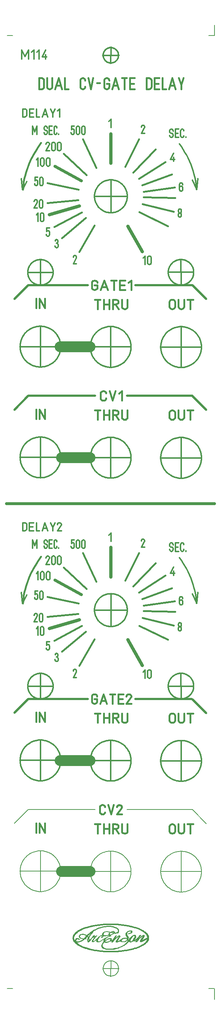
<source format=gbr>
G04 CAM350/DFMSTREAM V12.1 (Build 1022) Date:  Wed Sep 01 15:29:04 2021 *
G04 Database: d:\mes documents\projects\modular synth\m114 dual cv-gate delay\front panel design\cam350\m114.cam *
G04 Layer 17: M114_front_panel *
%FSLAX23Y23*%
%MOIN*%
%SFA1.000B1.000*%

%MIA0B0*%
%IPPOS*%
%ADD10C,0.00551*%
%ADD11C,0.00787*%
%ADD12C,0.01024*%
%ADD13C,0.01102*%
%ADD14C,0.01181*%
%ADD15C,0.01260*%
%ADD16C,0.01339*%
%ADD17C,0.01417*%
%ADD18C,0.01496*%
%ADD19C,0.01575*%
%ADD70C,0.01654*%
%ADD71C,0.01732*%
%ADD20C,0.01969*%
%ADD21C,0.02598*%
%ADD22C,0.02913*%
%ADD23C,0.09843*%
%LNM114_front_panel*%
%LPD*%
G54D10*
X965Y616D02*
G01X969Y621D01*
X972Y622*
X975Y623*
X978Y624*
X983*
X985Y622*
X979Y623*
X978Y622*
X975*
X972Y620*
X970Y618*
X969Y616*
X973Y614*
X976Y613*
X982Y612*
X892Y589D02*
G01X898D01*
X900Y586*
X905Y585*
X909*
X915*
X921*
X926*
X931Y586*
X935Y587*
X939Y589*
X944Y588*
X937Y586*
X928Y585*
X923Y584*
X917Y583*
X909*
X897*
X947Y588D02*
G01X951Y591D01*
X954Y592*
X958Y593*
X964Y594*
X969Y596*
X973Y597*
X978Y600*
X981Y602*
X982Y603*
X983Y607*
X993Y611*
X990Y608*
X984Y603*
X979Y600*
X974Y597*
X968Y595*
X963Y593*
X955Y591*
X802Y582D02*
G01X805Y587D01*
X808Y589*
X810*
X822Y579D02*
G01X825Y582D01*
X832Y585*
X828Y581*
X900Y554D02*
G01X898Y548D01*
X897Y543*
X896Y538*
Y534*
Y532*
X898Y529*
X901Y526*
X905*
X907Y524*
X910Y523*
X914Y522*
X923Y523*
X927*
X933Y526*
X943Y529*
X951Y531*
X961Y535*
X971Y540*
X983Y548*
X980Y546*
X966Y539*
X967Y542*
Y549*
Y553*
Y556*
X964Y558*
X962Y559*
X955Y560*
X951Y559*
X945Y557*
X937Y554*
X927Y549*
X919Y545*
X911Y539*
X907Y536*
X906Y541*
X907Y545*
Y550*
X911Y553*
X913Y557*
X919Y562*
X922Y565*
X926Y567*
X931Y571*
X908Y559D02*
G01X903Y549D01*
X901Y538*
X902Y532*
X906Y534*
X905Y535*
X906Y534*
X907Y537*
X904Y533D02*
G01X907Y537D01*
X917Y542*
X926Y547*
X933Y552*
X936Y553*
X941Y555*
X946Y556*
X951*
X955Y555*
X958Y553*
X959Y549*
Y545*
X957Y541*
X956Y537*
X953Y536*
X950Y533*
X947Y531*
X942Y529*
X936Y527*
X931Y526*
X923Y525*
X917Y526*
X914*
X911Y528*
X909Y529*
X907Y532*
X905Y529*
X957Y557D02*
G01X964Y553D01*
X963Y545*
X962Y537*
X982Y544D02*
G01Y549D01*
X1002Y580*
X1003Y581*
X1008Y582*
X1006*
X1010Y584*
X1013*
X1014*
X1004Y569*
X998Y556*
X1002Y557*
X1006Y560*
X1007Y561*
X1015Y569*
X1022Y574*
X1026Y577*
X1030Y580*
X1033Y582*
X1037Y584*
X1038Y585*
X1042*
X1044Y582*
X1045Y580*
Y576*
X1041Y567*
X1023Y539*
X1022Y536*
X1021Y533*
X1024Y532*
X1026Y531*
X1030Y532*
X1033Y533*
X1040Y537*
X1045Y539*
X1049Y541*
X1050Y545*
X1051Y546*
X1053Y550*
X1058Y553*
X1063Y556*
X1068Y557*
X1073Y560*
X1078Y561*
X1085*
X1092*
X1097*
X1103*
X1107Y560*
X1112Y558*
X1120Y550*
X1126Y539*
X978Y541D02*
G01X974Y536D01*
X969Y525*
X976Y526*
X982Y532*
X990Y541*
X1002Y554*
X1014Y565*
X1023Y573*
X1029Y577*
X1033*
X1035Y576*
X1033Y570*
X1015Y542*
X1011Y535*
X1010Y532*
Y528*
Y526*
X1013Y525*
X1014Y524*
X1020*
X1023Y526*
X1036Y532*
X1045Y535*
X1049Y536*
X1051Y533*
X1052Y532*
X1053Y531*
X1058Y529*
X1061Y528*
X1065Y527*
X1078*
X1085Y529*
X1092Y530*
X1100Y533*
X1106Y537*
X1113Y543*
X1116Y546*
X1113Y553*
Y554*
X1111Y556*
X1107Y558*
X1102Y560*
X1098Y561*
X1093Y560*
X1085Y559*
X1077Y557*
X1072Y556*
X1068Y553*
X1065Y551*
X1061Y547*
X1060Y544*
X1058Y539*
X1059Y536*
X1061Y532*
X1064Y530*
X1068Y529*
X1072*
X1081*
X1087Y530*
X1093Y532*
X1098Y535*
X1104Y538*
X1108Y542*
X1111Y546*
X1112Y549*
X1114Y553*
X1061Y552D02*
G01X1056Y545D01*
X1050Y539*
X1054*
X1057Y533*
X1024Y528D02*
G01X1018Y529D01*
X1014Y530*
X1017Y533*
X1029Y557*
X1041Y578*
X1037Y580*
X1007D02*
G01X975Y530D01*
X998Y556*
X900Y534D02*
G01X896Y530D01*
X888Y519*
X883Y510*
X879Y502*
X877Y496*
Y486*
X879Y481*
X880Y477*
X884Y473*
X890Y469*
X897Y466*
X902Y464*
X911Y462*
X908Y463D02*
G01X911Y462D01*
X920Y459*
X927*
X965*
X990Y460*
X999Y462*
X1013Y465*
X1024Y469*
X1019Y467D02*
G01X1029Y470D01*
X1045Y477*
X1058Y482*
X1070Y488*
X1085Y495*
X1094Y502*
X1104Y510*
X1111Y515*
X1115Y521*
X1120Y526*
X1122Y530*
X1125Y535*
X1119Y543*
Y538*
X1116Y532*
X1113Y526*
X1107Y519*
X1101Y512*
X1090Y503*
X1079Y496*
X1069Y490*
X1060Y486*
X1047Y480*
X1034Y475*
X1022Y470*
X1007Y468*
X998Y467*
X989Y464*
X977Y463*
X967*
X946Y462*
X937*
X927Y463*
X919*
X911Y466*
X904Y468*
X899Y470*
X895Y472*
X892Y475*
X888Y478*
X886Y482*
X884Y484*
Y488*
X883Y492*
Y496*
X884Y502*
X886Y507*
X888Y513*
X892Y518*
X896Y523*
X900Y528*
X878Y493D02*
G01X884Y479D01*
X892Y470*
X1112Y518D02*
G01X1124Y537D01*
X1113Y555D02*
G01X1114Y560D01*
X1115Y562*
X1114Y565*
X1113Y568*
X1104Y582*
X1101Y587*
X1100Y591*
X1099Y594*
Y599*
X1100Y604*
X1102Y608*
X1106Y613*
X1110Y617*
X1116Y621*
X1121Y624*
X1127Y626*
X1132Y628*
X1136*
X1149*
X1153*
X1156Y625*
X1157Y622*
X1156Y618*
X1155Y614*
X1151Y610*
X1144Y607*
X1138Y605*
X1132Y604*
X1129Y603*
X1124*
X1125Y604*
X1130*
X1132Y605*
X1140Y607*
X1145Y610*
X1147Y612*
X1148Y615*
X1149Y618*
Y620*
X1148Y622*
X1147Y624*
X1146Y625*
X1144Y626*
X1140Y627*
X1136*
X1132Y626*
X1130Y625*
X1125Y624*
X1120Y621*
X1117Y620*
X1113Y616*
X1110Y612*
X1108Y608*
Y601*
Y597*
X1111Y593*
X1121Y576*
X1124Y571*
Y565*
Y560*
X1123Y557*
X1120Y553*
X1117Y554*
X1121Y569*
X1118*
X1116Y577*
X1113*
X1107Y589*
X1104Y596*
Y607*
X1112Y617*
X1120Y623*
X1128Y626*
X1136Y628*
X1148*
X1153Y624*
X1152Y616*
X1128Y538D02*
G01Y543D01*
X1129Y544*
X1131Y547*
X1132Y553*
X1134Y557*
X1140Y564*
X1145Y569*
X1150Y573*
X1155Y577*
X1159Y581*
X1165Y584*
X1171Y587*
X1175Y588*
X1181*
X1186Y587*
X1188Y585*
X1191Y581*
Y577*
X1192Y573*
X1191Y567*
X1187Y560*
X1185Y557*
X1182Y552*
X1179Y548*
X1176Y545*
X1177Y544*
X1165Y534*
X1159Y532*
X1155Y529*
X1149Y527*
X1145Y526*
X1139*
X1136Y527*
X1132Y529*
X1130Y531*
X1128Y533*
X1140Y537*
Y540*
Y545*
X1143Y549*
X1144Y554*
X1148Y560*
X1152Y565*
X1155Y569*
X1157Y573*
X1161Y576*
X1164Y579*
X1167Y581*
X1171Y584*
X1175Y585*
X1177*
X1181Y583*
X1183Y581*
X1184Y577*
Y573*
X1183Y569*
Y570*
X1177Y564*
X1173Y559*
X1171Y553*
X1168Y548*
X1167Y544*
X1166Y541*
X1163Y537*
X1158Y534*
X1154Y532*
X1151Y530*
X1148*
X1144*
Y531*
X1141Y532*
X1140Y535*
X1134Y532*
X1139Y530*
X1132Y537*
X1134Y541*
X1140Y557*
X1152Y570*
X1165Y582*
X1174Y586*
X1182Y585*
X1187Y577*
X1186Y565*
X1167Y540*
X1183Y565*
X1254Y624D02*
G01X1269Y615D01*
X1281Y604*
X1288Y594*
X1293Y588*
X1297Y579*
X1301Y569*
X1296Y550*
Y544*
X1274Y510D02*
G01X1282Y525D01*
X1289Y532*
X1293Y537*
Y541*
X1297Y548*
X1284Y612D02*
G01X1289Y609D01*
X1299Y598*
X1304Y590*
X1309Y582*
X1310Y576*
X1311Y568*
Y555*
Y551*
X1309Y544*
X1304Y535*
X1300Y530*
X1293Y522*
X1166Y538D02*
G01X1170Y535D01*
X1175Y534*
X1177*
X1181Y536*
X1185Y539*
X1199Y551*
X1203Y549*
X1204Y547*
X1203Y546*
Y545*
X1191Y528*
X1200Y530*
X1202*
X1207Y537*
X1215Y546*
X1224Y557*
X1230Y563*
X1238Y569*
X1243Y575*
X1249Y578*
X1253Y581*
X1258Y580*
X1256Y574*
X1253Y569*
X1233Y538*
X1232Y534*
Y531*
X1233Y530*
X1236Y527*
X1238*
X1242Y528*
X1246Y530*
X1296Y556*
X1303Y567*
X1299Y565*
X1244Y536*
X1246Y542*
X1266Y573*
X1268Y579*
X1269Y583*
X1268Y585*
X1266Y588*
X1262*
X1256Y586*
X1251Y582*
X1242Y577*
X1228Y563*
X1222Y558*
X1224Y567*
Y569*
X1236Y586*
Y587*
X1230*
X1226Y585*
X1224Y581*
X1218Y572*
X1200Y555*
X1190Y545*
X1184Y541*
X1183*
X1179*
X1174Y537*
X1180Y538*
X1187Y543*
X1195Y549*
X1207Y555*
X1205Y545*
X1199Y533*
X1221Y559*
X1208Y550*
X1222Y566*
X1207Y556*
X1222Y572*
X1230Y583*
X1216Y558*
X1226Y562*
X1230Y564*
X1235Y569*
X1243Y576*
X1251Y581*
X1261Y585*
X1266Y584*
X1235Y533*
X1240Y534*
X1238Y531*
X1296Y560*
X1238Y530*
X1240Y539*
X1262Y581*
X1105Y587D02*
G01X1112Y573D01*
X1120Y570*
Y566D02*
G01X1115Y580D01*
X1108Y591*
X1100Y594*
X1109Y584*
X1120Y556*
X1116Y546*
X1124Y539*
X1132Y536*
X1137Y555*
X900Y541D02*
G01X901Y530D01*
X909Y526*
G54D11*
X1917Y8866D02*
G01Y8963D01*
X741Y582D02*
G01X738Y585D01*
X733Y589*
X728Y592*
X725Y593*
X719Y594*
X715Y596*
X708Y597*
X703*
X696*
X689Y596*
X684Y595*
X680Y594*
X676Y591*
X673Y586*
X671Y582*
X670Y578*
Y576*
X671Y572*
X670Y573*
X672Y570*
X675Y566*
X672Y570*
X674Y568*
X676Y565*
X679Y563*
X683Y561*
X686Y560*
X690Y559*
X691Y558*
X696Y557*
X703Y556*
X717*
X732*
X734Y557*
X705Y556*
X696Y557*
X690Y560*
X684Y562*
X679Y565*
X678Y567*
X676Y569*
X675Y570*
Y572*
X674Y575*
Y578*
Y581*
X675Y584*
X676Y588*
X679Y590*
X683Y593*
X687Y595*
X694Y596*
X700*
X709*
X717Y594*
X721Y593*
X725Y591*
X731Y587*
X734Y585*
X738Y583*
X733Y577*
X718Y562*
X712Y557*
X728Y569D02*
G01X739Y585D01*
X746Y592*
X753Y597*
X758Y601*
X761Y604*
X738Y582D02*
G01X743Y577D01*
X749Y572*
X755Y565*
X751Y560*
X749Y555*
X747Y551*
X746Y547*
Y541*
Y537*
X748Y532*
X750Y530*
X752Y528*
X753Y526*
X755Y527*
X758Y528*
X764Y533*
X775Y545*
X780Y552*
X784Y558*
X793Y569*
X795Y571*
X794Y570*
X811Y572*
X810Y567*
X809Y563*
X803Y557*
X799Y552*
X795Y546*
X792Y541*
X789Y537*
X788Y533*
Y531*
X789Y530*
X790Y528*
X793Y527*
X798Y528*
X804Y530*
X810Y534*
X817Y540*
X825Y547*
X833Y556*
X842Y563*
X848Y571*
X852Y575*
X858Y578*
X863Y581*
X867Y582*
X871Y585*
X873Y586*
X880*
X889*
X740Y585D02*
G01X745Y579D01*
X759Y563*
X752Y555*
X750Y551*
X748Y547*
X747Y541*
X748Y537*
X749Y532*
X751Y530*
X755Y532*
X757Y533*
Y535*
X758Y537*
X760Y541*
Y542*
X761Y545*
Y549*
Y559*
Y557*
Y553*
X762Y548*
Y540*
X766Y541*
X767Y542*
X770Y544*
X774Y547*
X780Y554*
X785Y561*
X791Y569*
X793Y573*
X797Y577*
X800Y581*
X803Y584*
X806Y586*
X804Y581*
X807Y578*
X809Y577*
X810*
X814Y578*
X817Y579*
X822Y580*
X825Y581*
X828Y582*
X810Y560*
X801Y545*
X797Y540*
Y537*
Y533*
X799Y532*
X801*
X802Y531*
X796Y529*
X792Y533*
X754Y565D02*
G01X757Y571D01*
X762Y579*
X769Y589*
X774Y596*
X780Y604*
X783Y610*
X786Y615*
X795Y619*
X789Y610*
X783Y602*
X777Y594*
X770Y585*
X766Y577*
X758Y566*
X789Y614D02*
G01X795Y620D01*
X799Y624*
X802Y627*
X806Y631*
X811Y633*
X814Y636*
X817Y637*
X819Y639*
X823Y640*
X827Y644*
X830Y645*
X834Y647*
X837Y648*
X842Y651*
X639Y532D02*
G01Y538D01*
X637Y541*
Y542*
X638Y545*
X640Y548*
Y549*
X642Y551*
X644Y553*
X647Y554*
X652Y556*
X656*
X829Y551D02*
G01Y544D01*
X830Y535*
X831Y533*
X832Y531*
X834Y530*
X836Y528*
X839Y527*
X842Y526*
X845Y527*
X852Y528*
X857Y530*
X863Y532*
X869Y535*
X877Y541*
X884Y545*
X888Y549*
X895Y553*
X903Y557*
X913Y563*
X919Y566*
X923Y569*
X928Y571*
X933Y573*
X939Y575*
X944Y577*
X948Y578*
X954Y580*
X958Y581*
X963*
X964*
X960Y582*
X956Y584*
X952Y588*
X950Y590*
X948Y592*
Y594*
Y596*
Y599*
X950Y602*
X951Y605*
X953Y608*
X955Y611*
X961Y616*
X966Y618*
X969Y620*
X869Y584D02*
G01X864Y581D01*
X860Y577*
X856Y572*
X851Y566*
X848Y562*
X844Y556*
X842Y551*
X841Y545*
X840Y541*
Y537*
X841Y534*
X842Y532*
X844Y531*
X846Y530*
X850*
X852*
X856*
X858*
X844Y561D02*
G01X836Y550D01*
X835Y543*
X836Y532*
X800Y574D02*
G01X817Y575D01*
X874Y567D02*
G01X872D01*
X877Y571*
X879Y573*
X881Y576*
Y579*
Y581*
X880Y584*
X879Y585*
X876*
X874Y568D02*
G01Y567D01*
X879Y568*
X882Y570*
X884Y573*
X888Y575*
Y577*
Y580*
X892Y583*
X896Y585*
Y584*
X885Y589*
X884*
Y597*
X885Y601*
X886Y604*
X888Y607*
X890Y609*
X893Y612*
X896Y615*
X900Y617*
X905Y619*
X909Y620*
X914Y622*
X920*
X927*
X932Y621*
X936Y620*
X943*
X948Y618*
X953Y616*
X956*
X960*
X897Y585D02*
G01X896Y588D01*
X893Y589*
X892Y592*
Y593*
X891Y595*
Y596*
Y600*
X892Y603*
Y605*
X893Y608*
X895Y609*
X896Y612*
X899Y615*
X902Y617*
X905Y618*
X957Y614D02*
G01X951Y610D01*
X947Y608*
X946Y606*
X944Y602*
X943Y600*
X942Y596*
Y593*
Y588*
X943*
X950Y583*
X967Y618D02*
G01X969Y620D01*
X963Y615*
X964Y614*
X970Y612*
X977*
X983Y611*
X994Y612*
X990D02*
G01Y616D01*
Y618*
X989Y620*
X988Y622*
X986*
X983Y624*
X989Y623*
X993Y622*
X994Y620*
X995Y619*
Y616*
X1914Y100D02*
G01X1864D01*
X56D02*
G01X6D01*
X55Y8864D02*
G01X5D01*
X1914D02*
G01X1864D01*
X1915Y99D02*
G01Y0D01*
G54D12*
X628Y527D02*
G01X631Y537D01*
X632Y542*
X633Y545*
X635Y549*
X636Y553*
X639Y554*
X641Y556*
X643Y557*
X646*
X663Y527D02*
G01X674Y531D01*
X683Y534*
X689Y538*
X697Y543*
X706Y549*
X719Y561*
X749Y591*
X758Y600*
X770Y611*
X778Y617*
X789Y626*
X802Y634*
X815Y640*
X832Y648*
X847Y655*
X864Y659*
X882Y664*
X899Y668*
X912Y670*
X923Y671*
X959*
X970Y670*
X978Y668*
X994Y663*
X1007Y658*
X1018Y652*
X1024Y646*
X1028Y640*
X1030Y632*
Y625*
Y620*
X1027Y616*
X1022Y613*
X1014Y611*
X1003Y610*
X994*
X1016Y652D02*
G01X1022Y648D01*
X1025Y644*
X1028Y638*
X1030Y631*
Y626*
X1028Y621*
X1026Y617*
X1024Y615*
X1021Y613*
X784Y455D02*
G01X748Y467D01*
X716Y478*
X701Y483*
X688Y490*
X675Y496*
X668Y500*
X661Y505*
X657Y508*
X652Y512*
X649Y515*
X648Y517*
X644Y526*
X708Y551D02*
G01X722Y562D01*
X728Y568*
X735Y575*
X744Y585*
X751Y592*
X758Y598*
X762Y604*
G54D13*
X664Y528D02*
G01X663D01*
Y527*
X662*
X661*
X660*
X659*
X658*
X657*
Y527*
X656*
X655*
X654*
X653*
X652*
Y528*
X651*
X650*
X649*
X648*
Y529*
X647*
X646*
Y530*
X645*
X644*
Y531*
X643*
Y532*
X642*
X641*
X640Y533*
X639Y534*
X638Y535*
Y536*
X637Y537*
X636*
Y538*
Y539*
Y540*
Y541*
Y542*
Y543*
Y544*
Y545*
Y546*
Y547*
Y548*
Y549*
X637*
Y550*
X638*
Y551*
Y552*
X639*
X640*
Y553*
X641*
X642Y554*
X643*
X644Y555*
X645Y556*
X646*
X647*
Y557*
X648*
X649*
X650*
X651*
X652*
X653*
X654*
X655*
X656*
X657*
Y557*
X658*
X659*
X660Y556*
X661*
X662*
Y555*
X663*
X664*
Y554*
X665*
X666*
Y553*
X667*
X668Y552*
X669Y551*
G54D14*
X468Y5900D02*
G01X466Y5896D01*
X464Y5893*
X462Y5890*
X459Y5888*
X457Y5884*
X455Y5881*
X452Y5879*
X450Y5876*
X447Y5873*
X445Y5870*
X442Y5868*
X439Y5865*
X437Y5863*
X434Y5860*
X431Y5858*
X428Y5856*
X425Y5853*
X423Y5851*
X419Y5849*
X416Y5847*
X413Y5844*
X410*
X407Y5842*
X404Y5840*
X401Y5838*
X397Y5837*
X394Y5835*
X391Y5833*
X388Y5832*
X384Y5830*
X380Y5829*
X377Y5828*
X373Y5826*
X370Y5825*
X367Y5824*
X363Y5823*
X360Y5821*
X356*
X352Y5820*
X348Y5819*
X344Y5818*
X342Y5817*
X338*
X334*
X331*
X327Y5816*
X323*
X320*
X316*
X312Y5815*
X309Y5816*
X305*
X301*
X297*
X293Y5817*
X289*
X286*
X282*
X280Y5818*
X276Y5819*
X272Y5820*
X269Y5821*
X265*
X262Y5823*
X258Y5824*
X254Y5825*
X250Y5826*
X247Y5828*
X243Y5829*
X240Y5830*
X237Y5832*
X233Y5833*
X230Y5835*
X226Y5837*
X223Y5838*
X220Y5840*
X218Y5842*
X215Y5844*
X211*
X208Y5847*
X205Y5849*
X202Y5851*
X199Y5853*
X196Y5856*
X193Y5858*
X191Y5860*
X187Y5863*
X185Y5865*
X182Y5868*
X179Y5871*
X177Y5873*
X175Y5876*
X171Y5879*
X169Y5881*
X167Y5884*
X164Y5888*
X162Y5890*
X160Y5893*
X158Y5896*
X156Y5900*
X154Y5903*
X152Y5906*
X151Y5908*
X148Y5911*
X147Y5915*
X145Y5918*
X144Y5921*
X142Y5924*
X140Y5928*
X139Y5931*
X138Y5935*
X136Y5938*
X135Y5942*
X134Y5945*
X133Y5948*
X132Y5952*
X131Y5955*
X130Y5959*
X129Y5963*
X128Y5967*
Y5970*
X127Y5973*
Y5977*
X126Y5981*
Y5984*
X125Y5988*
Y5992*
Y5995*
Y5999*
X124Y6003*
X125Y6006*
Y6010*
Y6014*
Y6018*
X126Y6022*
Y6026*
X127Y6029*
Y6032*
X128Y6035*
Y6039*
X129Y6043*
X130Y6046*
X131Y6050*
X132Y6053*
X133Y6057*
X134Y6061*
X135Y6065*
X136Y6068*
X138Y6072*
X139Y6075*
X140Y6078*
X142Y6082*
X144Y6085*
X145Y6089*
X147Y6092*
X148Y6094*
X151Y6097*
X152Y6100*
X154Y6104*
X156Y6107*
X158Y6110*
X160Y6113*
X162Y6116*
X164Y6119*
X167Y6122*
X169Y6125*
X171Y6128*
X175Y6131*
X177Y6133*
X179Y6136*
X182Y6139*
X185Y6141*
X187Y6144*
X191Y6146*
X193Y6148*
X196Y6151*
X199Y6153*
X202Y6156*
X205Y6157*
X208Y6159*
X211Y6161*
X215Y6163*
X218Y6164*
X220Y6167*
X223Y6168*
X226Y6170*
X230Y6171*
X233Y6173*
X237Y6175*
X240Y6176*
X243Y6177*
X247Y6179*
X250Y6180*
X254Y6181*
X258Y6182*
X262Y6183*
X265Y6184*
X269Y6185*
X272Y6186*
X276Y6187*
X280*
X282Y6188*
X286Y6189*
X289*
X293Y6190*
X297*
X301Y6191*
X305*
X309*
X312*
X316*
X320*
X323*
X327Y6190*
X331*
X334Y6189*
X338*
X342Y6188*
X344Y6187*
X348*
X352Y6186*
X356Y6185*
X360Y6184*
X363Y6183*
X367Y6182*
X370Y6181*
X373Y6180*
X377Y6179*
X380Y6177*
X384Y6176*
X388Y6175*
X391Y6173*
X394Y6171*
X397Y6170*
X401Y6168*
X404Y6167*
X407Y6164*
X410Y6163*
X413Y6161*
X416Y6159*
X419Y6157*
X423Y6156*
X425Y6153*
X428Y6151*
X431Y6148*
X434Y6146*
X437Y6144*
X439Y6141*
X442Y6139*
X445Y6136*
X447Y6133*
X450Y6131*
X452Y6128*
X455Y6125*
X457Y6122*
X459Y6119*
X462Y6116*
X464Y6113*
X466Y6110*
X468Y6107*
X470Y6104*
X471Y6100*
X474Y6097*
X475Y6094*
X477Y6092*
X479Y6089*
X481Y6085*
X482Y6082*
X484Y6078*
X486Y6075*
Y6072*
X488Y6068*
X489Y6065*
X490Y6061*
X491Y6057*
X493Y6053*
X494Y6050*
Y6046*
X495Y6043*
X496Y6039*
X497Y6035*
X498Y6032*
Y6029*
Y6026*
Y6022*
X499Y6018*
Y6014*
Y6010*
Y6006*
Y6003*
Y5999*
Y5995*
Y5992*
Y5988*
X498Y5984*
Y5981*
Y5977*
Y5973*
X497Y5970*
X496Y5967*
X495Y5963*
X494Y5959*
Y5955*
X493Y5952*
X491Y5948*
X490Y5945*
X489Y5942*
X488Y5938*
X486Y5935*
X485Y5931*
X484Y5928*
X482Y5924*
X481Y5921*
X479Y5918*
X477Y5915*
X475Y5911*
X474Y5908*
X471Y5906*
X470Y5903*
X468Y5900*
X124Y6003D02*
G01X499D01*
X312Y6191D02*
G01Y5816D01*
X1765Y5896D02*
G01X1762Y5892D01*
X1761Y5889*
X1758Y5886*
X1756Y5884*
X1754Y5880*
X1751Y5877*
X1749Y5875*
X1746Y5872*
X1744Y5869*
X1741Y5866*
X1738Y5864*
X1736Y5861*
X1733Y5859*
X1730Y5856*
X1727Y5854*
X1724Y5852*
X1722Y5849*
X1719Y5847*
X1716Y5845*
X1713Y5844*
X1710Y5841*
X1707Y5840*
X1703Y5838*
X1700Y5836*
X1697Y5834*
X1694Y5833*
X1691Y5831*
X1687Y5829*
X1683Y5828*
X1680Y5826*
X1677Y5825*
X1674Y5824*
X1670Y5822*
X1667Y5821*
X1663Y5820*
X1659Y5819*
X1657Y5817*
X1653*
X1650Y5816*
X1646Y5815*
X1642Y5814*
X1639Y5813*
X1635*
X1631*
X1628*
X1624Y5812*
X1620*
X1616*
X1612*
X1608*
X1605*
X1601*
X1597*
X1594*
X1591Y5813*
X1587*
X1584*
X1580*
X1577Y5814*
X1573Y5815*
X1569Y5816*
X1565Y5817*
X1561*
X1558Y5819*
X1554Y5820*
X1551Y5821*
X1547Y5822*
X1544Y5824*
X1540Y5825*
X1537Y5826*
X1533Y5828*
X1530Y5829*
X1527Y5831*
X1524Y5833*
X1521Y5834*
X1518Y5836*
X1514Y5838*
X1511Y5840*
X1508Y5841*
X1505Y5844*
X1502Y5845*
X1498Y5847*
X1495Y5849*
X1493Y5852*
X1490Y5854*
X1486Y5856*
X1484Y5859*
X1481Y5861*
X1478Y5864*
X1475Y5867*
X1473Y5869*
X1470Y5872*
X1469Y5875*
X1467Y5877*
X1464Y5880*
X1462Y5884*
X1459Y5886*
X1457Y5889*
X1455Y5892*
X1453Y5896*
X1451Y5899*
X1449Y5902*
X1447Y5905*
X1445Y5907*
X1443Y5911*
X1442Y5914*
X1440Y5917*
X1439Y5920*
X1437Y5924*
X1435Y5927*
Y5931*
X1433Y5934*
X1431Y5938*
Y5941*
X1430Y5944*
X1428Y5948*
X1427Y5951*
Y5955*
X1426Y5959*
X1425Y5963*
X1424Y5967*
X1423Y5969*
Y5973*
Y5977*
X1422Y5980*
Y5984*
X1421Y5988*
Y5991*
Y5995*
Y5999*
Y6002*
Y6006*
Y6010*
X1422Y6014*
Y6018*
X1423Y6022*
Y6025*
Y6029*
X1424Y6032*
X1425Y6035*
X1426Y6039*
X1427Y6042*
Y6046*
X1428Y6049*
X1430Y6053*
X1431Y6057*
Y6061*
X1433Y6064*
X1435Y6068*
Y6071*
X1437Y6074*
X1439Y6078*
X1440Y6081*
X1442Y6085*
X1443Y6088*
X1445Y6091*
X1447Y6094*
X1449Y6096*
X1451Y6100*
X1453Y6103*
X1455Y6106*
X1457Y6109*
X1459Y6112*
X1462Y6115*
X1464Y6118*
X1467Y6121*
X1469Y6124*
X1470Y6127*
X1473Y6129*
X1476Y6132*
X1478Y6135*
X1481Y6137*
X1484Y6140*
X1486Y6142*
X1490Y6144*
X1493Y6147*
X1495Y6149*
X1498Y6152*
X1502Y6153*
X1505Y6156*
X1508Y6157*
X1511Y6159*
X1514Y6160*
X1518Y6163*
X1521Y6164*
X1524Y6166*
X1527Y6167*
X1530Y6169*
X1533Y6171*
X1537Y6172*
X1540Y6173*
X1544Y6175*
X1547Y6176*
X1551Y6177*
X1554Y6178*
X1558Y6179*
X1561Y6180*
X1565Y6181*
X1569Y6182*
X1573Y6183*
X1577*
X1580Y6184*
X1584Y6185*
X1587*
X1591Y6186*
X1594*
X1597Y6187*
X1601*
X1605*
X1608*
X1612*
X1616*
X1620*
X1624Y6186*
X1628*
X1631Y6185*
X1635*
X1639Y6184*
X1642Y6183*
X1646*
X1650Y6182*
X1653Y6181*
X1657Y6180*
X1659Y6179*
X1663Y6178*
X1667Y6177*
X1670Y6176*
X1674Y6175*
X1677Y6173*
X1680Y6172*
X1683Y6171*
X1687Y6169*
X1691Y6167*
X1694Y6166*
X1697Y6164*
X1700Y6163*
X1703Y6160*
X1707Y6159*
X1710Y6157*
X1713Y6156*
X1716Y6153*
X1719Y6152*
X1722Y6149*
X1724Y6147*
X1727Y6144*
X1730Y6142*
X1733Y6140*
X1736Y6137*
X1738Y6135*
X1742Y6132*
X1744Y6129*
X1746Y6127*
X1749Y6124*
X1751Y6121*
X1754Y6118*
X1756Y6115*
X1758Y6112*
X1761Y6109*
X1762Y6106*
X1765Y6103*
X1767Y6100*
X1769Y6096*
X1770Y6094*
X1773Y6091*
X1774Y6088*
X1776Y6085*
X1778Y6081*
X1779Y6078*
X1781Y6074*
X1782Y6071*
X1783Y6068*
X1784Y6064*
X1785Y6061*
X1787Y6057*
X1788Y6053*
X1789Y6049*
X1790Y6046*
X1791Y6042*
X1792Y6039*
X1793Y6035*
Y6032*
X1794Y6029*
Y6025*
X1795Y6022*
Y6018*
X1796Y6014*
Y6010*
Y6006*
Y6002*
X1797Y5999*
X1796Y5995*
Y5991*
Y5988*
Y5984*
X1795Y5980*
Y5977*
X1794Y5973*
Y5969*
X1793Y5967*
Y5963*
X1792Y5959*
X1791Y5955*
X1790Y5951*
X1789Y5948*
X1788Y5944*
X1787Y5941*
X1785Y5938*
X1784Y5934*
X1783Y5931*
X1782Y5927*
X1781Y5924*
X1779Y5920*
X1778Y5917*
X1776Y5914*
X1774Y5911*
X1773Y5907*
X1770Y5905*
X1769Y5902*
X1767Y5899*
X1765Y5896*
X1421Y5999D02*
G01X1796D01*
X1608Y6187D02*
G01Y5812D01*
X1088Y7302D02*
G01X1086Y7300D01*
X1085Y7297*
X1082Y7295*
X1081Y7293*
X1079Y7290*
X1077Y7288*
X1075Y7285*
X1073Y7283*
X1071Y7282*
X1069Y7280*
X1067Y7278*
X1065Y7276*
X1062Y7274*
X1060Y7272*
X1057Y7270*
X1055Y7268*
X1053Y7266*
X1050Y7264*
X1048Y7262*
X1045Y7261*
X1043Y7259*
X1041Y7258*
X1037Y7256*
X1035Y7254*
X1033Y7253*
X1030Y7251*
X1028Y7250*
X1026Y7249*
X1022Y7247*
X1020Y7246*
X1017Y7245*
X1014Y7244*
X1011Y7243*
X1009Y7242*
X1006Y7241*
X1003Y7240*
X1000Y7239*
X997*
X994Y7238*
X991*
X988Y7237*
X985*
X982Y7236*
X979Y7235*
X976*
X973*
X970Y7234*
X968*
X965*
X962*
X959*
X956*
X953*
X950Y7235*
X947*
X944*
X941Y7236*
X938Y7237*
X935*
X932Y7238*
X929*
X926Y7239*
X923*
X920Y7240*
X917Y7241*
X915Y7242*
X911Y7243*
X909Y7244*
X907Y7245*
X904Y7246*
X901Y7247*
X899Y7249*
X896Y7250*
X893Y7251*
X891Y7253*
X888Y7254*
X885Y7256*
X883Y7258*
X880Y7259*
X878Y7261*
X876Y7262*
X873Y7264*
X871Y7266*
X868Y7268*
X866Y7270*
X864Y7272*
X861Y7274*
X859Y7276*
X856Y7278*
X855Y7280*
X852Y7282*
X851Y7283*
X848Y7285*
X847Y7288*
X844Y7290*
Y7293*
X842Y7295*
X840Y7297*
X838Y7300*
X837Y7302*
X835Y7305*
X833Y7307*
X832Y7309*
X830Y7313*
X829Y7315*
X828Y7317*
X826Y7321*
X825Y7323*
X824Y7325*
X822Y7329*
X821Y7331*
X820Y7334*
X819Y7337*
X818Y7340*
X817Y7342*
Y7344*
X816Y7348*
X815Y7350*
X814Y7353*
X813Y7356*
Y7360*
Y7362*
X812Y7365*
Y7368*
X811Y7372*
Y7374*
Y7377*
Y7380*
Y7384*
Y7386*
Y7389*
Y7392*
Y7396*
Y7398*
Y7401*
X812Y7404*
Y7407*
X813Y7409*
Y7412*
Y7415*
X814Y7419*
X815Y7421*
X816Y7424*
X817Y7427*
Y7430*
X818Y7433*
X819Y7435*
X820Y7439*
X821Y7441*
X822Y7444*
X824Y7447*
X825Y7450*
X826Y7452*
X828Y7455*
X829Y7458*
X830Y7460*
X832Y7463*
X833Y7466*
X835Y7468*
X837Y7470*
X838Y7472*
X840Y7474*
X842Y7477*
X844Y7479*
Y7482*
X847Y7484*
X848Y7486*
X851Y7489*
X852Y7491*
X855Y7493*
X856Y7495*
X859Y7497*
X861Y7499*
X864Y7501*
X866Y7503*
X868Y7505*
X871Y7506*
X873Y7509*
X876Y7510*
X878Y7512*
X880Y7514*
X883Y7515*
X885Y7517*
X888Y7518*
X891Y7520*
X893Y7521*
X896Y7522*
X899Y7524*
X901Y7525*
X904Y7526*
X907Y7527*
X909Y7529*
X911Y7530*
X915*
X917Y7531*
X920Y7532*
X923*
X926Y7533*
X929*
X932Y7534*
X935Y7535*
X938*
X941Y7536*
X944*
X947Y7537*
X950*
X953*
X956*
X959*
X962*
X965*
X968*
X970*
X973*
X976*
X979Y7536*
X982*
X985Y7535*
X988*
X991Y7534*
X994Y7533*
X997*
X1000Y7532*
X1003*
X1006Y7531*
X1009Y7530*
X1011*
X1014Y7529*
X1017Y7527*
X1020Y7526*
X1022Y7525*
X1026Y7524*
X1028Y7522*
X1030Y7521*
X1033Y7520*
X1035Y7518*
X1037Y7517*
X1041Y7515*
X1043Y7514*
X1045Y7512*
X1048Y7510*
X1050Y7509*
X1053Y7506*
X1055Y7505*
X1057Y7503*
X1060Y7501*
X1062Y7499*
X1065Y7497*
X1067Y7495*
X1069Y7493*
X1071Y7491*
X1073Y7489*
X1075Y7486*
X1077Y7484*
X1079Y7482*
X1081Y7479*
X1082Y7477*
X1085Y7474*
X1086Y7472*
X1088Y7470*
X1089Y7468*
X1091Y7466*
X1093Y7463*
X1094Y7460*
X1095Y7458*
X1096Y7455*
X1097Y7452*
X1099Y7450*
X1100Y7447*
X1101Y7444*
X1102Y7441*
X1103Y7439*
X1104Y7435*
X1105Y7433*
X1106Y7430*
X1107Y7427*
X1108Y7424*
Y7421*
Y7419*
X1109Y7415*
X1110Y7412*
Y7409*
X1111Y7407*
X1112Y7404*
Y7401*
Y7398*
Y7396*
Y7392*
Y7389*
Y7386*
Y7384*
Y7380*
Y7377*
Y7374*
Y7372*
Y7368*
X1111Y7365*
X1110Y7362*
Y7360*
X1109Y7356*
X1108Y7353*
Y7350*
Y7348*
X1107Y7344*
X1106Y7342*
X1105Y7340*
X1104Y7337*
X1103Y7334*
X1102Y7331*
X1100Y7329*
Y7325*
X1099Y7323*
X1097Y7321*
X1096Y7317*
X1095Y7315*
X1094Y7313*
X1093Y7309*
X1091Y7307*
X1089Y7305*
X1088Y7302*
X810Y7386D02*
G01X1112D01*
X962Y7537D02*
G01Y7234D01*
G54D10*
Y358D02*
G01X961Y209D01*
G54D14*
X1020Y8644D02*
G01X1019D01*
X1018Y8642*
Y8641*
X1017Y8640*
X1016Y8639*
X1015Y8637*
X1014Y8636*
X1013*
X1012Y8635*
X1011Y8633*
X1010Y8632*
X1009*
X1008Y8631*
X1007Y8629*
X1006Y8628*
X1005*
X1003Y8627*
X1002Y8626*
X1001Y8625*
X1000Y8624*
X998*
Y8623*
X996Y8622*
X995Y8621*
X994Y8620*
X993*
X991*
X990Y8619*
X989Y8618*
X987*
X986Y8617*
X985*
X984Y8616*
X982*
X981*
X980Y8615*
X978*
X977*
X976Y8614*
X974*
X973*
X971Y8613*
X970*
X969*
X968Y8612*
X967*
X966*
X964*
X963*
X961*
X960*
X959*
X957*
X955*
Y8613*
X953*
X951*
X950*
X949Y8614*
X947*
X946*
X944Y8615*
X943*
X942*
X940Y8616*
X939*
X938*
X936Y8617*
X935*
X934Y8618*
X932*
X931Y8619*
X930Y8620*
X929*
X927*
Y8621*
X925Y8622*
X924Y8623*
X923Y8624*
X922*
X921Y8625*
X919Y8626*
Y8627*
X917Y8628*
X916*
X915Y8629*
X914Y8631*
X913Y8632*
X912*
X911Y8633*
X910Y8635*
X909Y8636*
X908*
X907Y8637*
Y8639*
X906Y8640*
X905Y8641*
X904Y8642*
Y8644*
X903*
X902Y8646*
X901Y8647*
X900Y8648*
Y8649*
X899Y8651*
Y8652*
X898Y8653*
X897Y8654*
X896Y8656*
Y8657*
Y8657*
X895Y8659*
X894Y8661*
X893Y8663*
X892Y8665*
Y8667*
Y8669*
Y8671*
X891Y8672*
Y8673*
Y8675*
Y8676*
Y8678*
Y8679*
Y8680*
Y8682*
X890Y8683*
X891Y8684*
Y8686*
Y8687*
Y8689*
Y8690*
Y8691*
Y8693*
Y8695*
X892*
Y8697*
Y8699*
Y8700*
Y8701*
X893Y8703*
Y8704*
X894Y8706*
X895Y8707*
Y8708*
X896Y8710*
Y8711*
Y8712*
X897Y8714*
X898Y8715*
X899Y8716*
Y8717*
X900Y8719*
X901Y8720*
X902Y8721*
X903Y8722*
X904Y8723*
Y8725*
X905Y8726*
X906Y8727*
X907Y8728*
Y8729*
X908Y8730*
X909Y8731*
X910Y8732*
X911Y8734*
X912*
X913Y8735*
X914Y8736*
X915Y8737*
X916Y8738*
X917*
X919Y8739*
Y8740*
X921Y8741*
X922Y8742*
X923*
X924Y8743*
X925Y8744*
X927Y8745*
Y8746*
X929*
X930*
X931Y8747*
X932Y8748*
X934Y8749*
X935*
X936Y8750*
X938*
X939*
X940Y8751*
X942*
X943Y8752*
X944*
X946Y8753*
X947*
X949*
X950Y8754*
X951*
X953*
X955*
X957*
X959*
X960*
X961*
X963*
X964*
X966*
X967*
X968*
X969*
X970*
X971*
X973Y8753*
X974*
X976*
X977Y8752*
X978*
X980Y8751*
X981*
X982Y8750*
X984*
X985*
X986Y8749*
X988Y8748*
X989*
X990Y8747*
X991Y8746*
X993*
X994*
X995Y8745*
X996Y8744*
X998Y8743*
Y8742*
X1000*
X1001Y8741*
X1002Y8740*
X1003Y8739*
X1005Y8738*
X1006*
X1007Y8737*
X1008Y8736*
X1009Y8735*
X1010Y8734*
X1011Y8733*
X1012Y8732*
X1013Y8731*
X1014Y8730*
X1015Y8729*
X1016Y8728*
X1017Y8727*
X1018Y8726*
Y8725*
X1019Y8723*
X1020Y8722*
X1021Y8721*
X1022Y8720*
Y8719*
X1023*
X1024Y8717*
Y8716*
X1025Y8715*
X1026Y8714*
Y8712*
Y8711*
X1027Y8710*
Y8708*
X1028Y8707*
X1029Y8706*
Y8704*
X1030Y8703*
Y8701*
Y8700*
Y8699*
Y8697*
Y8695*
X1031*
Y8693*
Y8691*
X1032Y8690*
Y8689*
Y8687*
Y8686*
Y8684*
Y8683*
Y8682*
Y8680*
Y8679*
Y8678*
X1031Y8676*
Y8675*
Y8673*
Y8672*
X1030Y8671*
Y8669*
Y8667*
Y8665*
Y8663*
X1029*
Y8661*
X1028Y8659*
X1027*
Y8657*
X1026Y8656*
Y8654*
X1025Y8653*
X1024Y8652*
Y8651*
X1023Y8649*
X1022Y8648*
Y8647*
X1021Y8646*
X1020Y8644*
X887Y8683D02*
G01X1036D01*
X887*
X962Y8758D02*
G01X961Y8608D01*
G54D10*
X1020Y244D02*
G01X1019Y243D01*
X1018Y242*
Y241*
X1017Y239*
X1016Y238*
X1015Y237*
X1014Y236*
X1013Y235*
X1012Y234*
X1011Y233*
X1010Y232*
X1009Y231*
X1008Y230*
X1007Y229*
X1006Y228*
X1005Y227*
X1003Y226*
X1002*
X1001Y225*
X1000Y224*
X998Y223*
Y222*
X996*
X995Y221*
X994Y220*
X993*
X991Y219*
X990*
X989*
X987*
X986Y218*
X985*
X984Y217*
X982Y216*
X981*
X980Y215*
X978*
X977*
X976*
X974*
X973*
X971Y214*
X970*
X969*
X968*
X967Y213*
X966*
X964*
X963*
X961*
X960*
X959*
X957*
X955*
Y214*
X953*
X951*
X950*
X949Y215*
X947*
X946*
X944*
X943*
X942*
X940Y216*
X939*
X938Y217*
X936Y218*
X935*
X934Y219*
X932*
X931*
X930*
X929Y220*
X927*
Y221*
X925Y222*
X924*
X923Y223*
X922Y224*
X921Y225*
X919Y226*
X917Y227*
X916Y228*
X915Y229*
X914Y230*
X913Y231*
X912Y232*
X911Y233*
X910Y234*
X909Y235*
X908Y236*
X907Y237*
Y238*
X906Y239*
X905Y241*
X904Y242*
Y243*
X903Y244*
X902Y246*
X901*
X900Y248*
Y249*
X899Y250*
Y251*
X898Y253*
X897Y254*
X896Y255*
Y257*
Y258*
X895Y259*
Y260*
X894Y262*
X893Y263*
Y264*
X892Y266*
Y267*
Y268*
Y270*
Y271*
X891Y273*
Y274*
Y275*
Y277*
Y278*
Y279*
Y281*
Y282*
X890Y283*
X891Y284*
Y285*
Y287*
Y289*
Y291*
Y293*
Y294*
X892Y295*
Y297*
Y298*
Y300*
Y301*
X893Y302*
Y304*
X894Y305*
X895Y306*
Y308*
X896Y309*
Y310*
Y312*
X897Y313*
X898Y314*
X899Y316*
Y317*
X900Y318*
Y319*
X901Y321*
X902*
X903Y323*
X904Y324*
Y325*
X905Y326*
X906Y328*
X907Y329*
Y329*
X908Y331*
X909Y332*
X910Y333*
X911Y334*
X912Y335*
X913Y336*
X914Y337*
X915*
X916Y338*
X917Y339*
X919Y340*
Y341*
X921*
X922Y342*
X923Y343*
X924Y344*
X925*
X927*
Y345*
X929*
X930Y346*
X931Y347*
X932Y348*
X934*
X935*
X936Y349*
X938*
X939Y350*
X940Y351*
X942*
X943Y352*
X944*
X946*
X947*
X949*
X950Y353*
X951*
X953*
X955*
X957*
X959*
X960*
X961*
X963*
X964*
X966*
X967*
X968*
X969*
X970*
X971*
X973Y352*
X974*
X976*
X977*
X978*
X980Y351*
X981*
X982Y350*
X984Y349*
X985*
X986Y348*
X988*
X989*
X990Y347*
X991Y346*
X993Y345*
X994*
X995Y344*
X996*
X998*
Y343*
X1000Y342*
X1001Y341*
X1002*
X1003Y340*
X1005Y339*
X1006Y338*
X1007Y337*
X1008*
X1009Y336*
X1010Y335*
X1011Y333*
X1012*
X1013Y332*
X1014Y331*
X1015Y329*
X1016*
X1017Y328*
X1018Y326*
Y325*
X1019Y324*
X1020Y323*
X1021Y321*
X1022*
Y319*
X1023Y318*
X1024Y317*
Y316*
X1025Y314*
X1026Y313*
Y312*
Y310*
X1027Y309*
Y308*
X1028Y306*
X1029Y305*
Y304*
X1030Y302*
Y301*
Y300*
Y298*
Y297*
Y295*
X1031Y294*
Y293*
Y291*
X1032Y289*
Y287*
Y285*
Y284*
Y283*
Y282*
Y281*
Y279*
Y278*
X1031Y277*
Y275*
Y274*
Y273*
X1030Y271*
Y270*
Y268*
Y267*
Y266*
Y264*
X1029Y263*
Y262*
X1028Y260*
X1027Y259*
Y258*
X1026Y256*
Y255*
Y254*
X1025Y253*
X1024Y251*
Y250*
X1023Y249*
X1022Y248*
Y246*
X1021*
X1020Y244*
X887Y283D02*
G01X1036D01*
X887*
G54D14*
X1115Y5897D02*
G01X1112Y5894D01*
X1111Y5891*
X1108Y5888*
X1106Y5885*
X1104Y5882*
X1101Y5879*
X1099Y5876*
X1096Y5873*
X1094Y5871*
X1093Y5868*
X1089Y5865*
X1087Y5863*
X1085Y5860*
X1081Y5858*
X1079Y5856*
X1076Y5853*
X1073Y5851*
X1070Y5848*
X1067Y5847*
X1064Y5844*
X1061Y5843*
X1057Y5841*
X1054Y5840*
X1051Y5837*
X1048Y5836*
X1044Y5834*
X1041Y5833*
X1037Y5831*
X1034Y5829*
X1031Y5828*
X1028Y5826*
X1025Y5825*
X1021Y5824*
X1018Y5822*
X1014Y5821*
X1010*
X1007Y5819*
X1003Y5818*
X1000Y5817*
X996*
X992Y5816*
X989Y5815*
X985*
X981Y5814*
X978*
X974Y5813*
X970*
X967*
X963*
X959*
X956*
X952*
X948*
X945*
X941Y5814*
X937*
X934Y5815*
X930*
X927Y5816*
X923Y5817*
X919*
X915Y5818*
X911Y5819*
X908Y5821*
X905*
X902Y5822*
X898Y5824*
X895Y5825*
X891Y5826*
X888Y5828*
X884Y5829*
X880Y5831*
X877Y5833*
X874Y5834*
X871Y5836*
X868Y5837*
X864Y5840*
X861Y5841*
X858Y5843*
X855Y5844*
X852Y5847*
X848Y5848*
X846Y5851*
X844Y5853*
X841Y5856*
X838Y5858*
X835Y5860*
X833Y5863*
X829Y5865*
X827Y5868*
X825Y5871*
X822Y5873*
X819Y5876*
X817Y5879*
X814Y5882*
X812Y5885*
X809Y5888*
X808Y5891*
X805Y5894*
X803Y5897*
X801Y5900*
X799Y5904*
X797Y5907*
X795Y5909*
X793Y5912*
X792Y5915*
X790Y5919*
X789Y5922*
X787Y5926*
X785Y5929*
Y5932*
X783Y5935*
X782Y5939*
Y5943*
X781Y5946*
X779Y5950*
X778Y5953*
Y5957*
X777Y5960*
X776Y5964*
X775Y5968*
X774Y5970*
Y5974*
Y5978*
Y5982*
X773Y5986*
Y5990*
Y5993*
Y5997*
X772Y6001*
X773Y6004*
Y6008*
Y6012*
Y6015*
X774Y6019*
Y6023*
Y6026*
Y6030*
X775Y6033*
X776Y6037*
X777Y6041*
X778Y6044*
Y6048*
X779Y6051*
X781Y6055*
X782Y6058*
Y6062*
X783Y6065*
X785Y6069*
Y6073*
X787Y6076*
X789Y6080*
X790Y6083*
X792Y6086*
X793Y6089*
X795Y6093*
X797Y6095*
X799Y6098*
X801Y6101*
X803Y6104*
X805Y6108*
X808Y6111*
X809Y6114*
X812Y6116*
X814Y6120*
X817Y6123*
X819Y6125*
X822Y6128*
X825Y6131*
X827Y6134*
X829Y6136*
X833Y6139*
X835Y6141*
X838Y6144*
X841Y6146*
X844Y6148*
X846Y6151*
X848Y6153*
X852Y6155*
X855Y6157*
X858Y6159*
X861Y6160*
X864Y6162*
X868Y6164*
X871Y6166*
X874Y6167*
X877Y6169*
X880Y6171*
X884Y6172*
X888Y6174*
X891Y6175*
X895Y6176*
X898Y6178*
X902Y6179*
X905*
X908Y6181*
X911Y6182*
X915Y6183*
X919*
X923Y6184*
X927Y6185*
X930Y6186*
X934Y6187*
X937*
X941*
X945*
X948Y6188*
X952*
X956*
X959*
X963*
X967*
X970*
X974Y6187*
X978*
X981*
X985*
X989Y6186*
X992Y6185*
X996Y6184*
X1000Y6183*
X1003*
X1007Y6182*
X1010Y6181*
X1014Y6179*
X1018*
X1021Y6178*
X1025Y6176*
X1028Y6175*
X1032Y6174*
X1034Y6172*
X1037Y6171*
X1041Y6169*
X1044Y6167*
X1048Y6166*
X1051Y6164*
X1054Y6162*
X1057Y6160*
X1061Y6159*
X1064Y6157*
X1067Y6155*
X1070Y6153*
X1073Y6151*
X1076Y6148*
X1079Y6146*
X1081Y6144*
X1085Y6141*
X1087Y6139*
X1089Y6136*
X1093Y6133*
X1094Y6131*
X1096Y6128*
X1099Y6125*
X1101Y6123*
X1104Y6120*
X1106Y6116*
X1108Y6114*
X1111Y6111*
X1112Y6108*
X1115Y6104*
X1117Y6101*
X1119Y6098*
X1121Y6095*
X1123Y6093*
X1124Y6089*
X1127Y6086*
X1128Y6083*
X1130Y6080*
X1132Y6076*
X1133Y6073*
X1134Y6069*
X1136Y6065*
Y6062*
X1138Y6058*
X1139Y6055*
X1140Y6051*
X1141Y6048*
X1142Y6044*
X1143Y6041*
X1144Y6037*
Y6033*
X1145Y6030*
Y6026*
X1146Y6023*
Y6019*
X1147Y6015*
Y6012*
Y6008*
Y6004*
Y6001*
Y5997*
Y5993*
Y5990*
Y5986*
X1146Y5982*
Y5978*
X1145Y5974*
Y5970*
X1144Y5968*
Y5964*
X1143Y5960*
X1142Y5957*
X1141Y5953*
X1140Y5950*
X1139Y5946*
X1138Y5943*
X1136Y5939*
Y5935*
X1134Y5932*
X1132Y5929*
Y5926*
X1130Y5922*
X1128Y5919*
X1127Y5915*
X1124Y5912*
X1123Y5909*
X1121Y5907*
X1119Y5904*
X1117Y5900*
X1115Y5897*
X772Y6001D02*
G01X1147D01*
X959Y6188D02*
G01Y5813D01*
X468Y4880D02*
G01X466Y4877D01*
X464Y4874*
X462Y4871*
X459Y4868*
X457Y4865*
X455Y4862*
X452Y4860*
X450Y4856*
X447Y4854*
X445Y4851*
X442Y4848*
X439Y4846*
X437Y4844*
X434Y4842*
X431Y4840*
X428Y4837*
X425Y4835*
X423Y4833*
X419Y4831*
X416Y4829*
X413Y4826*
X410Y4825*
X407Y4823*
X404Y4821*
X401Y4819*
X397Y4817*
X394Y4816*
X391Y4814*
X388Y4813*
X384Y4811*
X380Y4809*
X377*
X373Y4807*
X370Y4805*
X367*
X363Y4804*
X360Y4802*
X356Y4801*
X352*
X348Y4800*
X344Y4799*
X342Y4798*
X338*
X334Y4797*
X331*
X327*
X323*
X320*
X316*
X312Y4796*
X309Y4797*
X305*
X301*
X297*
X293*
X289*
X286Y4798*
X282*
X280Y4799*
X276Y4800*
X272Y4801*
X269*
X265Y4802*
X262Y4804*
X258Y4805*
X254*
X250Y4807*
X247Y4809*
X243*
X240Y4811*
X237Y4813*
X233Y4814*
X230Y4816*
X226Y4817*
X223Y4819*
X220Y4821*
X218Y4823*
X215Y4825*
X211Y4826*
X208Y4829*
X205Y4831*
X202Y4833*
X199Y4835*
X196Y4837*
X193Y4840*
X191Y4842*
X187Y4844*
X185Y4846*
X182Y4848*
X179Y4852*
X177Y4854*
X175Y4856*
X171Y4860*
X169Y4862*
X167Y4865*
X164Y4868*
X162Y4871*
X160Y4874*
X158Y4877*
X156Y4880*
X154Y4884*
X152Y4887*
X151Y4890*
X148Y4893*
X147Y4896*
X145Y4900*
X144Y4903*
X142Y4906*
X140Y4909*
X139Y4912*
X138Y4915*
X136Y4919*
X135Y4923*
X134Y4926*
X133Y4929*
X132Y4933*
X131Y4936*
X130Y4940*
X129Y4943*
X128Y4947*
Y4951*
X127Y4955*
Y4959*
X126Y4963*
Y4966*
X125Y4969*
Y4973*
Y4976*
Y4980*
X124Y4984*
X125Y4987*
Y4991*
Y4995*
Y4998*
X126Y5002*
Y5006*
X127Y5010*
Y5014*
X128Y5017*
Y5021*
X129Y5025*
X130Y5028*
X131Y5032*
X132Y5034*
X133Y5038*
X134Y5041*
X135Y5045*
X136Y5049*
X138Y5053*
X139Y5056*
X140Y5059*
X142Y5063*
X144Y5066*
X145Y5069*
X147Y5073*
X148Y5076*
X151Y5079*
X152Y5082*
X154Y5085*
X156Y5089*
X158Y5092*
X160Y5094*
X162Y5097*
X164Y5100*
X167Y5103*
X169Y5106*
X171Y5108*
X175Y5112*
X177Y5114*
X179Y5117*
X182Y5120*
X185Y5122*
X187Y5124*
X191Y5127*
X193Y5129*
X196Y5132*
X199Y5134*
X202Y5136*
X205Y5138*
X208Y5140*
X211Y5143*
X215Y5144*
X218Y5146*
X220Y5148*
X223Y5150*
X226Y5152*
X230Y5153*
X233Y5155*
X237Y5156*
X240Y5157*
X243Y5158*
X247Y5159*
X250Y5161*
X254Y5162*
X258Y5163*
X262Y5164*
X265Y5165*
X269Y5166*
X272Y5167*
X276*
X280Y5168*
X282Y5169*
X286Y5170*
X289*
X293Y5171*
X297*
X301*
X305*
X309*
X312*
X316*
X320*
X323*
X327*
X331*
X334Y5170*
X338*
X342Y5169*
X344Y5168*
X348Y5167*
X352*
X356Y5166*
X360Y5165*
X363Y5164*
X367Y5163*
X370Y5162*
X373Y5161*
X377Y5159*
X380Y5158*
X384Y5157*
X388Y5156*
X391Y5155*
X394Y5153*
X397Y5152*
X401Y5150*
X404Y5148*
X407Y5146*
X410Y5144*
X413Y5143*
X416Y5140*
X419Y5138*
X423Y5136*
X425Y5134*
X428Y5132*
X431Y5129*
X434Y5127*
X437Y5124*
X439Y5122*
X442Y5120*
X445Y5116*
X447Y5114*
X450Y5112*
X452Y5108*
X455Y5106*
X457Y5103*
X459Y5100*
X462Y5097*
X464Y5094*
X466Y5092*
X468Y5089*
X470Y5085*
X471Y5082*
X474Y5079*
X475Y5076*
X477Y5073*
X479Y5069*
X481Y5066*
X482Y5063*
X484Y5059*
X486Y5056*
Y5053*
X488Y5049*
X489Y5045*
X490Y5041*
X491Y5038*
X493Y5034*
X494Y5032*
Y5028*
X495Y5025*
X496Y5021*
X497Y5017*
X498Y5014*
Y5010*
Y5006*
Y5002*
X499Y4998*
Y4995*
Y4991*
Y4987*
Y4984*
Y4980*
Y4976*
Y4973*
Y4969*
X498Y4966*
Y4963*
Y4959*
Y4955*
X497Y4951*
X496Y4947*
X495Y4943*
X494Y4940*
Y4936*
X493Y4933*
X491Y4929*
X490Y4926*
X489Y4923*
X488Y4919*
X486Y4915*
X485Y4912*
X484Y4909*
X482Y4906*
X481Y4903*
X479Y4900*
X477Y4896*
X475Y4893*
X474Y4890*
X471Y4887*
X470Y4884*
X468Y4880*
X124Y4984D02*
G01X499D01*
X312Y5171D02*
G01Y4797D01*
X1115Y4878D02*
G01X1112Y4875D01*
X1111Y4872*
X1108Y4868*
X1106Y4866*
X1104Y4863*
X1101Y4860*
X1099Y4857*
X1096Y4854*
X1094Y4852*
X1093Y4848*
X1089Y4846*
X1087Y4844*
X1085Y4842*
X1081Y4840*
X1079Y4837*
X1076Y4835*
X1073Y4833*
X1070Y4830*
X1067Y4829*
X1064Y4826*
X1061Y4824*
X1057Y4822*
X1054Y4821*
X1051Y4818*
X1048Y4817*
X1044Y4815*
X1041Y4813*
X1037Y4812*
X1034Y4810*
X1031Y4809*
X1028Y4807*
X1025Y4806*
X1021Y4805*
X1018Y4803*
X1014Y4802*
X1010Y4801*
X1007Y4800*
X1003Y4799*
X1000Y4798*
X996Y4797*
X992*
X989Y4796*
X985*
X981Y4795*
X978*
X974Y4794*
X970*
X967*
X963*
X959*
X956*
X952*
X948*
X945*
X941Y4795*
X937*
X934Y4796*
X930*
X927Y4797*
X923*
X919Y4798*
X915Y4799*
X911Y4800*
X908Y4801*
X905Y4802*
X902Y4803*
X898Y4805*
X895Y4806*
X891Y4807*
X888Y4809*
X884Y4810*
X880Y4812*
X877Y4813*
X874Y4815*
X871Y4817*
X868Y4818*
X864Y4821*
X861Y4822*
X858Y4824*
X855Y4826*
X852Y4829*
X848Y4830*
X846Y4833*
X844Y4835*
X841Y4837*
X838Y4840*
X835Y4842*
X833Y4844*
X829Y4846*
X827Y4849*
X825Y4852*
X822Y4854*
X819Y4857*
X817Y4860*
X814Y4863*
X812Y4866*
X809Y4868*
X808Y4872*
X805Y4875*
X803Y4878*
X801Y4881*
X799Y4884*
X797Y4888*
X795Y4891*
X793Y4894*
X792Y4897*
X790Y4900*
X789Y4904*
X787Y4907*
X785Y4910*
Y4913*
X783Y4916*
X782Y4920*
Y4923*
X781Y4927*
X779Y4931*
X778Y4934*
Y4938*
X777Y4941*
X776Y4945*
X775Y4949*
X774Y4952*
Y4956*
Y4960*
Y4963*
X773Y4967*
Y4970*
Y4974*
Y4978*
X772Y4982*
X773Y4985*
Y4989*
Y4993*
Y4996*
X774Y5000*
Y5004*
Y5007*
Y5011*
X775Y5014*
X776Y5018*
X777Y5022*
X778Y5026*
Y5030*
X779Y5032*
X781Y5036*
X782Y5039*
Y5043*
X783Y5046*
X785Y5050*
Y5053*
X787Y5057*
X789Y5061*
X790Y5064*
X792Y5067*
X793Y5070*
X795Y5073*
X797Y5077*
X799Y5080*
X801Y5083*
X803Y5086*
X805Y5089*
X808Y5093*
X809Y5095*
X812Y5097*
X814Y5100*
X817Y5104*
X819Y5106*
X822Y5109*
X825Y5112*
X827Y5115*
X829Y5117*
X833Y5120*
X835Y5122*
X838Y5124*
X841Y5127*
X844Y5129*
X846Y5132*
X848Y5134*
X852Y5136*
X855Y5138*
X858Y5140*
X861Y5142*
X864Y5144*
X868Y5146*
X871Y5148*
X874Y5149*
X877Y5151*
X880Y5152*
X884Y5154*
X888Y5156*
X891*
X895Y5157*
X898Y5159*
X902*
X905Y5160*
X908Y5162*
X911Y5163*
X915*
X919Y5164*
X923Y5165*
X927Y5166*
X930Y5167*
X934*
X937*
X941Y5168*
X945*
X948Y5169*
X952*
X956*
X959*
X963*
X967*
X970*
X974Y5168*
X978*
X981Y5167*
X985*
X989*
X992Y5166*
X996Y5165*
X1000Y5164*
X1003Y5163*
X1007*
X1010Y5162*
X1014Y5160*
X1018Y5159*
X1021*
X1025Y5157*
X1028Y5156*
X1032*
X1034Y5154*
X1037Y5152*
X1041Y5151*
X1044Y5149*
X1048Y5148*
X1051Y5146*
X1054Y5144*
X1057Y5142*
X1061Y5140*
X1064Y5138*
X1067Y5136*
X1070Y5134*
X1073Y5132*
X1076Y5129*
X1079Y5127*
X1081Y5124*
X1085Y5122*
X1087Y5120*
X1089Y5117*
X1093Y5114*
X1094Y5112*
X1096Y5109*
X1099Y5106*
X1101Y5104*
X1104Y5100*
X1106Y5097*
X1108Y5095*
X1111Y5093*
X1112Y5089*
X1115Y5086*
X1117Y5083*
X1119Y5080*
X1121Y5077*
X1123Y5073*
X1124Y5070*
X1127Y5067*
X1128Y5064*
X1130Y5061*
X1132Y5057*
X1133Y5053*
X1134Y5050*
X1136Y5046*
Y5043*
X1138Y5039*
X1139Y5036*
X1140Y5032*
X1141Y5030*
X1142Y5026*
X1143Y5022*
X1144Y5018*
Y5014*
X1145Y5011*
Y5007*
X1146Y5004*
Y5000*
X1147Y4996*
Y4993*
Y4989*
Y4985*
Y4982*
Y4978*
Y4974*
Y4970*
Y4967*
X1146Y4963*
Y4960*
X1145Y4956*
Y4952*
X1144Y4949*
Y4945*
X1143Y4941*
X1142Y4938*
X1141Y4934*
X1140Y4931*
X1139Y4927*
X1138Y4923*
X1136Y4920*
Y4916*
X1134Y4913*
X1132Y4910*
Y4907*
X1130Y4904*
X1128Y4900*
X1127Y4897*
X1124Y4894*
X1123Y4891*
X1121Y4888*
X1119Y4884*
X1117Y4881*
X1115Y4878*
X772Y4982D02*
G01X1147D01*
X959Y5169D02*
G01Y4794D01*
X1765Y4876D02*
G01X1762Y4873D01*
X1761Y4870*
X1758Y4867*
X1756Y4864*
X1754Y4861*
X1751Y4858*
X1749Y4856*
X1746Y4852*
X1744Y4850*
X1741Y4847*
X1738Y4844*
X1736Y4843*
X1733Y4841*
X1730Y4838*
X1727Y4836*
X1724Y4833*
X1722Y4831*
X1719Y4829*
X1716Y4827*
X1713Y4825*
X1710Y4822*
X1707Y4821*
X1703Y4819*
X1700Y4817*
X1697Y4815*
X1694Y4813*
X1691Y4812*
X1687Y4810*
X1683Y4809*
X1680Y4807*
X1677Y4805*
X1674*
X1670Y4803*
X1667Y4801*
X1663*
X1659Y4800*
X1657Y4798*
X1653Y4797*
X1650*
X1646Y4796*
X1642Y4795*
X1639Y4794*
X1635*
X1631Y4793*
X1628*
X1624*
X1620*
X1616*
X1612*
X1608*
X1605*
X1601*
X1597*
X1594*
X1591*
X1587*
X1584Y4794*
X1580*
X1577Y4795*
X1573Y4796*
X1569Y4797*
X1565*
X1561Y4798*
X1558Y4800*
X1554Y4801*
X1551*
X1547Y4803*
X1544Y4805*
X1540*
X1537Y4807*
X1533Y4809*
X1530Y4810*
X1527Y4812*
X1524Y4813*
X1521Y4815*
X1518Y4817*
X1514Y4819*
X1511Y4821*
X1508Y4822*
X1505Y4825*
X1502Y4827*
X1498Y4829*
X1495Y4831*
X1493Y4833*
X1490Y4836*
X1486Y4838*
X1484Y4841*
X1481Y4843*
X1478Y4844*
X1475Y4848*
X1473Y4850*
X1470Y4852*
X1469Y4856*
X1467Y4858*
X1464Y4861*
X1462Y4864*
X1459Y4867*
X1457Y4870*
X1455Y4873*
X1453Y4876*
X1451Y4880*
X1449Y4883*
X1447Y4886*
X1445Y4889*
X1443Y4892*
X1442Y4896*
X1440Y4899*
X1439Y4902*
X1437Y4906*
X1435Y4908*
Y4911*
X1433Y4915*
X1431Y4919*
Y4922*
X1430Y4925*
X1428Y4929*
X1427Y4932*
Y4936*
X1426Y4939*
X1425Y4943*
X1424Y4947*
X1423Y4951*
Y4955*
Y4959*
X1422Y4962*
Y4966*
X1421Y4969*
Y4972*
Y4976*
Y4980*
Y4983*
Y4987*
Y4991*
X1422Y4994*
Y4998*
X1423Y5002*
Y5006*
Y5010*
X1424Y5013*
X1425Y5017*
X1426Y5021*
X1427Y5024*
Y5028*
X1428Y5031*
X1430Y5034*
X1431Y5037*
Y5041*
X1433Y5045*
X1435Y5049*
Y5052*
X1437Y5055*
X1439Y5059*
X1440Y5062*
X1442Y5065*
X1443Y5069*
X1445Y5072*
X1447Y5075*
X1449Y5078*
X1451Y5081*
X1453Y5085*
X1455Y5088*
X1457Y5091*
X1459Y5094*
X1462Y5096*
X1464Y5099*
X1467Y5102*
X1469Y5104*
X1470Y5108*
X1473Y5110*
X1476Y5113*
X1478Y5116*
X1481Y5118*
X1484Y5120*
X1486Y5123*
X1490Y5125*
X1493Y5128*
X1495Y5130*
X1498Y5132*
X1502Y5134*
X1505Y5136*
X1508Y5139*
X1511Y5140*
X1514Y5142*
X1518Y5144*
X1521Y5146*
X1524Y5148*
X1527Y5149*
X1530Y5151*
X1533Y5152*
X1537Y5154*
X1540Y5155*
X1544Y5156*
X1547Y5157*
X1551Y5158*
X1554Y5159*
X1558Y5160*
X1561Y5161*
X1565Y5162*
X1569Y5163*
X1573*
X1577Y5164*
X1580Y5165*
X1584Y5166*
X1587*
X1591Y5167*
X1594*
X1597*
X1601*
X1605*
X1608*
X1612*
X1616*
X1620*
X1624*
X1628*
X1631Y5166*
X1635*
X1639Y5165*
X1642Y5164*
X1646Y5163*
X1650*
X1653Y5162*
X1657Y5161*
X1659Y5160*
X1663Y5159*
X1667Y5158*
X1670Y5157*
X1674Y5156*
X1677Y5155*
X1680Y5154*
X1683Y5152*
X1687Y5151*
X1691Y5149*
X1694Y5148*
X1697Y5146*
X1700Y5144*
X1703Y5142*
X1707Y5140*
X1710Y5139*
X1713Y5136*
X1716Y5134*
X1719Y5132*
X1722Y5130*
X1724Y5128*
X1727Y5125*
X1730Y5123*
X1733Y5120*
X1736Y5118*
X1738Y5116*
X1742Y5112*
X1744Y5110*
X1746Y5108*
X1749Y5104*
X1751Y5102*
X1754Y5099*
X1756Y5096*
X1758Y5094*
X1761Y5091*
X1762Y5088*
X1765Y5085*
X1767Y5081*
X1769Y5078*
X1770Y5075*
X1773Y5072*
X1774Y5069*
X1776Y5065*
X1778Y5062*
X1779Y5059*
X1781Y5055*
X1782Y5052*
X1783Y5049*
X1784Y5045*
X1785Y5041*
X1787Y5037*
X1788Y5034*
X1789Y5031*
X1790Y5028*
X1791Y5024*
X1792Y5021*
X1793Y5017*
Y5013*
X1794Y5010*
Y5006*
X1795Y5002*
Y4998*
X1796Y4994*
Y4991*
Y4987*
Y4983*
X1797Y4980*
X1796Y4976*
Y4972*
Y4969*
Y4966*
X1795Y4962*
Y4959*
X1794Y4955*
Y4951*
X1793Y4947*
Y4943*
X1792Y4939*
X1791Y4936*
X1790Y4932*
X1789Y4929*
X1788Y4925*
X1787Y4922*
X1785Y4919*
X1784Y4915*
X1783Y4911*
X1782Y4908*
X1781Y4906*
X1779Y4902*
X1778Y4899*
X1776Y4896*
X1774Y4892*
X1773Y4889*
X1770Y4886*
X1769Y4883*
X1767Y4880*
X1765Y4876*
X1421Y4980D02*
G01X1796D01*
X1608Y5167D02*
G01Y4793D01*
X1705Y6621D02*
G01X1703Y6620D01*
Y6617*
X1701Y6616*
X1699Y6614*
X1698Y6612*
X1697Y6610*
X1695Y6608*
X1694Y6607*
X1692Y6605*
X1691Y6604*
X1689Y6602*
X1687Y6600*
X1685Y6599*
X1683Y6597*
X1682Y6596*
X1680Y6594*
X1678Y6593*
X1676Y6592*
X1674Y6591*
X1672Y6589*
X1671Y6588*
X1668Y6587*
X1667Y6585*
X1664*
X1663Y6584*
X1660Y6582*
X1659Y6581*
X1657*
X1655Y6580*
X1653Y6578*
X1651Y6577*
X1648*
X1647Y6576*
X1644Y6575*
X1642*
X1640Y6574*
X1638Y6573*
X1636*
X1633*
X1631Y6572*
X1628Y6571*
X1626*
X1624Y6570*
X1621*
X1619*
X1617Y6569*
X1615*
X1612*
X1610*
X1608*
X1605*
X1603*
X1600*
X1598*
X1596Y6570*
X1594*
X1593*
X1590Y6571*
X1588*
X1585Y6572*
X1583Y6573*
X1581*
X1578*
X1576Y6574*
X1573Y6575*
X1572Y6576*
X1569*
X1567Y6577*
X1565*
X1562Y6579*
X1561Y6580*
X1558Y6581*
X1557*
X1554Y6582*
X1552Y6584*
X1550Y6585*
X1548*
X1546Y6587*
X1544Y6588*
X1542Y6589*
X1541Y6591*
X1538Y6592*
X1537Y6593*
X1534Y6594*
X1533Y6596*
X1532Y6597*
X1530Y6599*
X1528Y6600*
X1526Y6602*
X1525Y6604*
X1523Y6605*
X1522Y6607*
X1520Y6608*
X1518Y6610*
Y6612*
X1516Y6614*
X1514Y6616*
X1513Y6617*
X1512Y6620*
X1510Y6621*
X1509Y6624*
X1508Y6625*
X1506Y6628*
Y6629*
X1504Y6632*
X1503Y6633*
X1502Y6636*
X1501Y6638*
X1500Y6640*
X1499Y6642*
X1498Y6644*
Y6646*
X1497Y6648*
X1496Y6651*
X1495Y6653*
X1494Y6656*
Y6657*
Y6659*
Y6661*
X1493Y6663*
X1492Y6666*
Y6668*
X1491Y6671*
Y6673*
Y6675*
X1490Y6677*
Y6679*
Y6682*
Y6684*
Y6687*
Y6689*
Y6691*
Y6694*
Y6696*
X1491Y6699*
Y6700*
Y6703*
X1492Y6705*
Y6707*
X1493Y6710*
X1494Y6712*
Y6715*
Y6717*
Y6719*
X1495Y6721*
X1496Y6722*
X1497Y6725*
X1498Y6727*
Y6730*
X1499Y6732*
X1500Y6734*
X1501Y6736*
X1502Y6738*
X1503Y6740*
X1504Y6742*
X1506Y6744*
Y6746*
X1508Y6748*
X1509Y6750*
X1510Y6752*
X1512Y6754*
X1513Y6756*
X1514Y6758*
X1516Y6760*
X1518Y6762*
Y6763*
X1520Y6765*
X1522Y6767*
X1523Y6769*
X1525Y6770*
X1526Y6772*
X1528Y6774*
X1530Y6775*
X1532Y6777*
X1533Y6778*
X1534Y6779*
X1537Y6781*
X1538Y6782*
X1541*
X1542Y6784*
X1544Y6785*
X1546Y6786*
X1548Y6788*
X1550Y6789*
X1552Y6790*
X1554Y6791*
X1557Y6793*
X1558*
X1561Y6794*
X1563Y6795*
X1565Y6796*
X1567Y6797*
X1569*
X1572Y6798*
X1573Y6799*
X1576Y6800*
X1578Y6801*
X1581*
X1583*
X1585Y6802*
X1588*
X1590Y6803*
X1593*
X1594Y6804*
X1596*
X1598*
X1600*
X1603*
X1605*
X1608*
X1610*
X1612*
X1615*
X1617*
X1620*
X1621*
X1624Y6803*
X1626*
X1628Y6802*
X1631*
X1633Y6801*
X1636*
X1638*
X1640Y6800*
X1642Y6799*
X1644Y6798*
X1647Y6797*
X1648*
X1651Y6796*
X1653Y6795*
X1655Y6794*
X1657Y6793*
X1659*
X1660Y6791*
X1663Y6790*
X1664Y6789*
X1667Y6788*
X1668Y6786*
X1671Y6785*
X1672Y6784*
X1674Y6782*
X1676*
X1678Y6781*
X1680Y6779*
X1682Y6778*
X1683Y6777*
X1685Y6775*
X1687Y6774*
X1689Y6772*
X1691Y6770*
X1692Y6769*
X1694Y6767*
X1695Y6765*
X1697Y6763*
X1698Y6762*
X1699Y6760*
X1701Y6758*
X1703Y6756*
Y6754*
X1705Y6752*
X1707Y6750*
Y6748*
X1709Y6746*
X1710Y6744*
X1711Y6742*
X1712Y6740*
X1714Y6738*
X1715Y6736*
Y6734*
X1716Y6731*
X1717Y6730*
X1718Y6727*
X1719Y6725*
Y6722*
Y6721*
X1720Y6719*
X1721Y6717*
X1722Y6715*
Y6712*
Y6710*
Y6707*
X1723Y6705*
Y6703*
X1724Y6700*
Y6698*
Y6696*
Y6694*
Y6691*
Y6689*
Y6687*
Y6684*
Y6682*
Y6679*
Y6677*
Y6675*
Y6673*
X1723Y6671*
Y6668*
X1722Y6666*
Y6663*
Y6661*
Y6659*
X1721Y6657*
X1720Y6656*
X1719Y6653*
Y6651*
Y6648*
X1718Y6646*
X1717Y6644*
X1716Y6642*
X1715Y6640*
Y6638*
X1714Y6636*
X1712Y6633*
X1711Y6632*
X1710Y6629*
X1709Y6628*
X1707Y6625*
Y6624*
X1705Y6621*
X1490Y6687D02*
G01X1724D01*
X1607Y6805D02*
G01X1608Y6569D01*
X409Y6620D02*
G01X407Y6619D01*
Y6616*
X406Y6615*
X404Y6613*
X403Y6611*
X402Y6609*
X400Y6608*
X399Y6606*
X397Y6604*
X396Y6603*
X394Y6601*
X392Y6600*
X390Y6598*
X388Y6596*
X387Y6595*
X385Y6594*
X383Y6593*
X381Y6591*
X379Y6590*
X377Y6589*
X376Y6587*
X373Y6586*
X372Y6585*
X369Y6584*
X368Y6583*
X365Y6581*
X364*
X361Y6580*
X359Y6579*
X357Y6577*
X355*
X352Y6576*
X351Y6575*
X348Y6574*
X346*
X344Y6573*
X343*
X341Y6572*
X338*
X336Y6571*
X333Y6570*
X331*
X329Y6569*
X326*
X324*
X322*
X320*
X317*
X315*
X313*
X310*
X308*
X305*
X303*
X301*
X298*
X296*
X293Y6570*
X291*
X289Y6571*
X286Y6572*
X284*
X282Y6573*
X281*
X278Y6574*
X276Y6575*
X274*
X272Y6576*
X270Y6577*
X267Y6578*
X266Y6579*
X263Y6580*
X261Y6581*
X259*
X257Y6583*
X255Y6584*
X253Y6585*
X251Y6586*
X249Y6587*
X247Y6589*
X246Y6590*
X243Y6591*
X242Y6593*
X239Y6594*
X238Y6595*
X236Y6596*
X234Y6598*
X232Y6600*
X230Y6601*
X229Y6603*
X227Y6604*
X226Y6606*
X224Y6608*
X222Y6609*
Y6611*
X220Y6613*
X219Y6615*
X218Y6616*
X217Y6619*
X215Y6620*
X214Y6623*
X213Y6624*
X211Y6627*
Y6628*
X209Y6631*
X208Y6632*
X207Y6635*
X206Y6637*
X205Y6639*
X204Y6641*
X203Y6644*
Y6645*
X202Y6648*
X201Y6650*
X200Y6652*
X199Y6655*
Y6656*
Y6658*
Y6660*
X198Y6663*
X197Y6665*
Y6667*
X196Y6670*
Y6672*
Y6675*
X195Y6676*
Y6679*
Y6681*
Y6683*
Y6686*
Y6688*
Y6691*
Y6693*
Y6695*
X196Y6698*
Y6700*
Y6703*
X197Y6705*
Y6707*
X198Y6710*
X199Y6712*
Y6715*
Y6717*
Y6719*
X200Y6720*
X201Y6722*
X202Y6725*
X203Y6726*
Y6729*
X204Y6731*
X205Y6733*
X206Y6735*
X207Y6738*
X208Y6739*
X209Y6742*
X211Y6743*
Y6746*
X213Y6747*
X214Y6750*
X215Y6751*
X217Y6753*
X218Y6755*
X219Y6757*
X220Y6759*
X222Y6761*
Y6762*
X224Y6765*
X226Y6766*
X227Y6768*
X229Y6770*
X230Y6771*
X232Y6773*
X234Y6774*
X236Y6776*
X238Y6778*
X239Y6779*
X242Y6781*
X243Y6782*
X246*
X247Y6784*
X249Y6785*
X251Y6786*
X253Y6788*
X255Y6789*
X257*
X259Y6791*
X261Y6792*
X263Y6793*
X266*
X267Y6795*
X270Y6796*
X272Y6797*
X274*
X276Y6798*
X278*
X281Y6799*
X282Y6800*
X284Y6801*
X286*
X289*
X291Y6802*
X293*
X296Y6803*
X298*
X301*
X303Y6804*
X305*
X308*
X310*
X313*
X315*
X317*
X320*
X322*
X324Y6803*
X326*
X329*
X331Y6802*
X333*
X336Y6801*
X338*
X341*
X343Y6800*
X344Y6799*
X346Y6798*
X348Y6797*
X351*
X352*
X355Y6796*
X357Y6794*
X359Y6793*
X361*
X364Y6792*
X365Y6791*
X368Y6789*
X369*
X372Y6788*
X373Y6786*
X376Y6785*
X377Y6784*
X379Y6782*
X381*
X383Y6781*
X385Y6779*
X387Y6778*
X388Y6776*
X390Y6774*
X392Y6773*
X394Y6771*
X396Y6770*
X397Y6768*
X399Y6766*
X400Y6765*
X402Y6762*
X403Y6761*
X404Y6759*
X406Y6757*
X407Y6755*
Y6753*
X409Y6751*
X411Y6750*
Y6747*
X413Y6746*
X414Y6743*
X415Y6742*
X416Y6739*
X418Y6738*
X419Y6735*
Y6733*
X420Y6731*
X421Y6729*
X422Y6726*
X423Y6725*
Y6722*
X424Y6720*
X425Y6719*
X426Y6717*
X427Y6715*
Y6712*
Y6710*
Y6707*
X428Y6705*
Y6703*
X429Y6700*
Y6698*
Y6695*
Y6693*
Y6691*
Y6688*
X430Y6686*
X429Y6683*
Y6681*
Y6679*
Y6676*
Y6675*
Y6672*
X428Y6670*
Y6667*
X427Y6665*
Y6663*
Y6660*
Y6658*
X426Y6656*
X425Y6655*
X424Y6652*
X423Y6650*
Y6648*
X422Y6645*
X421Y6644*
X420Y6641*
X419Y6639*
Y6637*
X418Y6635*
X416Y6632*
X415Y6631*
X414Y6628*
X413Y6627*
X411Y6624*
Y6623*
X409Y6620*
X195Y6686D02*
G01X429D01*
X312Y6804D02*
G01X313Y6569D01*
X468Y2093D02*
G01X466Y2090D01*
X464Y2087*
X462Y2084*
X459Y2081*
X457Y2078*
X455Y2075*
X452Y2073*
X450Y2069*
X447Y2067*
X445Y2064*
X442Y2061*
X439Y2059*
X437Y2057*
X434Y2054*
X431Y2052*
X428Y2049*
X425Y2047*
X423Y2045*
X419Y2043*
X416Y2041*
X413Y2038*
X410Y2037*
X407Y2034*
X404Y2033*
X401Y2032*
X397Y2030*
X394Y2028*
X391Y2026*
X388Y2025*
X384Y2023*
X380Y2022*
X377Y2021*
X373Y2020*
X370Y2018*
X367*
X363Y2016*
X360Y2015*
X356Y2014*
X352*
X348Y2013*
X344Y2012*
X342Y2011*
X338*
X334Y2010*
X331*
X327*
X323*
X320*
X316*
X312Y2009*
X309Y2010*
X305*
X301*
X297*
X293*
X289*
X286Y2011*
X282*
X280Y2012*
X276Y2013*
X272Y2014*
X269*
X265Y2015*
X262Y2016*
X258Y2018*
X254*
X250Y2020*
X247Y2021*
X243Y2022*
X240Y2024*
X237Y2025*
X233Y2026*
X230Y2028*
X226Y2030*
X223Y2032*
X220Y2033*
X218Y2034*
X215Y2037*
X211Y2038*
X208Y2041*
X205Y2043*
X202Y2045*
X199Y2047*
X196Y2049*
X193Y2052*
X191Y2054*
X187Y2057*
X185Y2059*
X182Y2061*
X179Y2065*
X177Y2067*
X175Y2069*
X171Y2073*
X169Y2075*
X167Y2078*
X164Y2081*
X162Y2084*
X160Y2087*
X158Y2090*
X156Y2093*
X154Y2096*
X152Y2099*
X151Y2102*
X148Y2105*
X147Y2108*
X145Y2112*
X144Y2115*
X142Y2118*
X140Y2122*
X139Y2125*
X138Y2128*
X136Y2132*
X135Y2136*
X134Y2139*
X133Y2142*
X132Y2146*
X131Y2149*
X130Y2153*
X129Y2156*
X128Y2159*
Y2163*
X127Y2167*
Y2171*
X126Y2175*
Y2178*
X125Y2182*
Y2186*
Y2189*
Y2193*
X124Y2197*
X125Y2200*
Y2204*
Y2208*
Y2211*
X126Y2215*
Y2219*
X127Y2222*
Y2226*
X128Y2229*
Y2233*
X129Y2237*
X130Y2240*
X131Y2244*
X132Y2247*
X133Y2251*
X134Y2254*
X135Y2258*
X136Y2262*
X138Y2266*
X139Y2269*
X140Y2272*
X142Y2276*
X144Y2279*
X145Y2282*
X147Y2285*
X148Y2288*
X151Y2291*
X152Y2294*
X154Y2297*
X156Y2301*
X158Y2304*
X160Y2307*
X162Y2309*
X164Y2313*
X167Y2316*
X169Y2318*
X171Y2321*
X175Y2324*
X177Y2327*
X179Y2329*
X182Y2332*
X185Y2334*
X187Y2337*
X191Y2340*
X193Y2342*
X196Y2344*
X199Y2346*
X202Y2348*
X205Y2350*
X208Y2352*
X211Y2355*
X215Y2356*
X218Y2358*
X220Y2360*
X223Y2362*
X226Y2364*
X230Y2365*
X233Y2367*
X237Y2368*
X240Y2370*
X243Y2371*
X247Y2372*
X250Y2374*
X254Y2375*
X258Y2376*
X262Y2377*
X265Y2378*
X269Y2379*
X272Y2380*
X276*
X280Y2381*
X282Y2382*
X286Y2383*
X289*
X293Y2384*
X297*
X301*
X305*
X309*
X312*
X316*
X320*
X323*
X327*
X331*
X334Y2383*
X338*
X342Y2382*
X344Y2381*
X348Y2380*
X352*
X356Y2379*
X360Y2378*
X363Y2377*
X367Y2376*
X370Y2375*
X373Y2374*
X377Y2372*
X380Y2371*
X384Y2370*
X388Y2368*
X391Y2367*
X394Y2365*
X397Y2364*
X401Y2362*
X404Y2360*
X407Y2358*
X410Y2356*
X413Y2355*
X416Y2352*
X419Y2350*
X423Y2348*
X425Y2346*
X428Y2344*
X431Y2342*
X434Y2340*
X437Y2337*
X439Y2334*
X442Y2332*
X445Y2329*
X447Y2327*
X450Y2324*
X452Y2321*
X455Y2318*
X457Y2316*
X459Y2313*
X462Y2309*
X464Y2307*
X466Y2304*
X468Y2301*
X470Y2297*
X471Y2294*
X474Y2291*
X475Y2288*
X477Y2285*
X479Y2282*
X481Y2279*
X482Y2276*
X484Y2272*
X486Y2269*
Y2266*
X488Y2262*
X489Y2258*
X490Y2254*
X491Y2251*
X493Y2247*
X494Y2244*
Y2240*
X495Y2237*
X496Y2233*
X497Y2229*
X498Y2226*
Y2222*
Y2219*
Y2215*
X499Y2211*
Y2208*
Y2204*
Y2200*
Y2197*
Y2193*
Y2189*
Y2186*
Y2182*
X498Y2178*
Y2175*
Y2171*
Y2167*
X497Y2163*
X496Y2159*
X495Y2156*
X494Y2153*
Y2149*
X493Y2146*
X491Y2142*
X490Y2139*
X489Y2136*
X488Y2132*
X486Y2128*
X485Y2125*
X484Y2122*
X482Y2118*
X481Y2115*
X479Y2112*
X477Y2108*
X475Y2105*
X474Y2102*
X471Y2099*
X470Y2096*
X468Y2093*
X124Y2197D02*
G01X499D01*
X312Y2384D02*
G01Y2010D01*
X1765Y2089D02*
G01X1762Y2086D01*
X1761Y2083*
X1758Y2080*
X1756Y2077*
X1754Y2074*
X1751Y2071*
X1749Y2069*
X1746Y2065*
X1744Y2063*
X1741Y2060*
X1738Y2057*
X1736Y2055*
X1733Y2053*
X1730Y2050*
X1727Y2048*
X1724Y2045*
X1722Y2043*
X1719Y2041*
X1716Y2039*
X1713Y2037*
X1710Y2034*
X1707Y2033*
X1703Y2031*
X1700Y2030*
X1697Y2028*
X1694Y2026*
X1691Y2024*
X1687Y2022*
X1683Y2021*
X1680Y2019*
X1677Y2018*
X1674Y2017*
X1670Y2016*
X1667Y2014*
X1663*
X1659Y2012*
X1657Y2011*
X1653Y2010*
X1650*
X1646Y2009*
X1642Y2008*
X1639Y2007*
X1635*
X1631Y2006*
X1628*
X1624*
X1620*
X1616*
X1612*
X1608*
X1605*
X1601*
X1597*
X1594*
X1591*
X1587*
X1584Y2007*
X1580*
X1577Y2008*
X1573Y2009*
X1569Y2010*
X1565*
X1561Y2011*
X1558Y2012*
X1554Y2014*
X1551*
X1547Y2016*
X1544Y2017*
X1540Y2018*
X1537Y2020*
X1533Y2021*
X1530Y2022*
X1527Y2024*
X1524Y2026*
X1521Y2028*
X1518Y2030*
X1514Y2031*
X1511Y2033*
X1508Y2034*
X1505Y2037*
X1502Y2039*
X1498Y2041*
X1495Y2043*
X1493Y2045*
X1490Y2048*
X1486Y2050*
X1484Y2053*
X1481Y2055*
X1478Y2057*
X1475Y2061*
X1473Y2063*
X1470Y2065*
X1469Y2069*
X1467Y2071*
X1464Y2074*
X1462Y2077*
X1459Y2080*
X1457Y2083*
X1455Y2086*
X1453Y2089*
X1451Y2093*
X1449Y2095*
X1447Y2098*
X1445Y2101*
X1443Y2104*
X1442Y2108*
X1440Y2111*
X1439Y2114*
X1437Y2118*
X1435Y2121*
Y2124*
X1433Y2128*
X1431Y2132*
Y2135*
X1430Y2138*
X1428Y2142*
X1427Y2145*
Y2149*
X1426Y2152*
X1425Y2156*
X1424Y2159*
X1423Y2163*
Y2167*
Y2171*
X1422Y2174*
Y2178*
X1421Y2182*
Y2185*
Y2189*
Y2193*
Y2196*
Y2200*
Y2204*
X1422Y2207*
Y2211*
X1423Y2215*
Y2219*
Y2222*
X1424Y2225*
X1425Y2229*
X1426Y2233*
X1427Y2236*
Y2240*
X1428Y2243*
X1430Y2247*
X1431Y2250*
Y2254*
X1433Y2258*
X1435Y2262*
Y2265*
X1437Y2268*
X1439Y2272*
X1440Y2275*
X1442Y2278*
X1443Y2282*
X1445Y2284*
X1447Y2287*
X1449Y2290*
X1451Y2293*
X1453Y2297*
X1455Y2300*
X1457Y2303*
X1459Y2305*
X1462Y2309*
X1464Y2312*
X1467Y2314*
X1469Y2317*
X1470Y2320*
X1473Y2323*
X1476Y2325*
X1478Y2328*
X1481Y2330*
X1484Y2333*
X1486Y2336*
X1490Y2338*
X1493Y2341*
X1495Y2343*
X1498Y2344*
X1502Y2346*
X1505Y2348*
X1508Y2351*
X1511Y2352*
X1514Y2354*
X1518Y2356*
X1521Y2358*
X1524Y2360*
X1527Y2361*
X1530Y2363*
X1533Y2364*
X1537Y2366*
X1540Y2367*
X1544Y2368*
X1547Y2370*
X1551Y2371*
X1554Y2372*
X1558Y2373*
X1561Y2374*
X1565Y2375*
X1569Y2376*
X1573*
X1577Y2377*
X1580Y2378*
X1584Y2379*
X1587*
X1591Y2380*
X1594*
X1597*
X1601*
X1605*
X1608*
X1612*
X1616*
X1620*
X1624*
X1628*
X1631Y2379*
X1635*
X1639Y2378*
X1642Y2377*
X1646Y2376*
X1650*
X1653Y2375*
X1657Y2374*
X1659Y2373*
X1663Y2372*
X1667Y2371*
X1670Y2370*
X1674Y2368*
X1677Y2367*
X1680Y2366*
X1683Y2364*
X1687Y2363*
X1691Y2361*
X1694Y2360*
X1697Y2358*
X1700Y2356*
X1703Y2354*
X1707Y2352*
X1710Y2351*
X1713Y2348*
X1716Y2346*
X1719Y2344*
X1722Y2343*
X1724Y2341*
X1727Y2338*
X1730Y2336*
X1733Y2333*
X1736Y2330*
X1738Y2328*
X1742Y2325*
X1744Y2323*
X1746Y2320*
X1749Y2317*
X1751Y2314*
X1754Y2312*
X1756Y2309*
X1758Y2305*
X1761Y2303*
X1762Y2300*
X1765Y2297*
X1767Y2293*
X1769Y2290*
X1770Y2287*
X1773Y2284*
X1774Y2282*
X1776Y2278*
X1778Y2275*
X1779Y2272*
X1781Y2268*
X1782Y2265*
X1783Y2262*
X1784Y2258*
X1785Y2254*
X1787Y2250*
X1788Y2247*
X1789Y2243*
X1790Y2240*
X1791Y2236*
X1792Y2233*
X1793Y2229*
Y2225*
X1794Y2222*
Y2219*
X1795Y2215*
Y2211*
X1796Y2207*
Y2204*
Y2200*
Y2196*
X1797Y2193*
X1796Y2189*
Y2185*
Y2182*
Y2178*
X1795Y2174*
Y2171*
X1794Y2167*
Y2163*
X1793Y2159*
Y2156*
X1792Y2152*
X1791Y2149*
X1790Y2145*
X1789Y2142*
X1788Y2138*
X1787Y2135*
X1785Y2132*
X1784Y2128*
X1783Y2124*
X1782Y2121*
X1781Y2118*
X1779Y2114*
X1778Y2111*
X1776Y2108*
X1774Y2104*
X1773Y2101*
X1770Y2098*
X1769Y2095*
X1767Y2093*
X1765Y2089*
X1421Y2193D02*
G01X1796D01*
X1608Y2380D02*
G01Y2006D01*
X1088Y3495D02*
G01X1086Y3493D01*
X1085Y3490*
X1082Y3488*
X1081Y3486*
X1079Y3483*
X1077Y3481*
X1075Y3478*
X1073Y3477*
X1071Y3474*
X1069Y3472*
X1067Y3470*
X1065Y3469*
X1062Y3467*
X1060Y3465*
X1057Y3463*
X1055Y3461*
X1053Y3459*
X1050Y3457*
X1048Y3455*
X1045Y3454*
X1043Y3452*
X1041Y3451*
X1037Y3449*
X1035Y3447*
X1033Y3446*
X1030Y3445*
X1028Y3443*
X1026Y3442*
X1022Y3441*
X1020Y3439*
X1017*
X1014Y3438*
X1011Y3437*
X1009Y3435*
X1006*
X1003Y3434*
X1000Y3433*
X997*
X994Y3432*
X991Y3431*
X988*
X985*
X982Y3430*
X979Y3429*
X976*
X973*
X970Y3428*
X968*
X965*
X962*
X959*
X956*
X953*
X950Y3429*
X947*
X944*
X941Y3430*
X938Y3431*
X935*
X932*
X929Y3432*
X926Y3433*
X923*
X920Y3434*
X917Y3435*
X915*
X911Y3437*
X909Y3438*
X907Y3439*
X904Y3440*
X901Y3441*
X899Y3442*
X896Y3443*
X893Y3445*
X891Y3446*
X888Y3447*
X885Y3449*
X883Y3451*
X880Y3452*
X878Y3454*
X876Y3455*
X873Y3457*
X871Y3459*
X868Y3461*
X866Y3463*
X864Y3465*
X861Y3467*
X859Y3469*
X856Y3470*
X855Y3472*
X852Y3474*
X851Y3477*
X848Y3478*
X847Y3481*
X844Y3483*
Y3486*
X842Y3488*
X840Y3490*
X838Y3493*
X837Y3495*
X835Y3498*
X833Y3500*
X832Y3503*
X830Y3506*
X829Y3508*
X828Y3511*
X826Y3514*
X825Y3517*
X824Y3519*
X822Y3522*
X821Y3525*
X820Y3528*
X819Y3530*
X818Y3533*
X817Y3535*
Y3538*
X816Y3541*
X815Y3544*
X814Y3547*
X813Y3550*
Y3553*
Y3556*
X812Y3559*
Y3562*
X811Y3565*
Y3568*
Y3571*
Y3574*
Y3577*
Y3580*
Y3583*
Y3586*
Y3589*
Y3592*
Y3594*
X812Y3597*
Y3600*
X813Y3603*
Y3606*
Y3609*
X814Y3612*
X815Y3615*
X816Y3618*
X817Y3621*
Y3624*
X818Y3627*
X819Y3629*
X820Y3632*
X821Y3635*
X822Y3638*
X824Y3640*
X825Y3644*
X826Y3646*
X828Y3648*
X829Y3652*
X830Y3654*
X832Y3656*
X833Y3659*
X835Y3661*
X837Y3663*
X838Y3666*
X840Y3668*
X842Y3671*
X844Y3673*
Y3675*
X847Y3678*
X848Y3680*
X851Y3683*
X852Y3685*
X855Y3687*
X856Y3689*
X859Y3691*
X861Y3693*
X864Y3695*
X866Y3697*
X868Y3699*
X871Y3700*
X873Y3703*
X876Y3704*
X878Y3706*
X880Y3707*
X883Y3709*
X885Y3711*
X888Y3712*
X891Y3714*
X893Y3715*
X896Y3716*
X899Y3718*
X901Y3719*
X904*
X907Y3720*
X909Y3722*
X911*
X915Y3723*
X917Y3724*
X920Y3725*
X923Y3726*
X926*
X929Y3727*
X932Y3728*
X935Y3729*
X938*
X941Y3730*
X944*
X947*
X950*
X953*
X956*
X959*
X962Y3731*
X965Y3730*
X968*
X970*
X973*
X976*
X979*
X982*
X985Y3729*
X988*
X991Y3728*
X994Y3727*
X997Y3726*
X1000*
X1003Y3725*
X1006Y3724*
X1009Y3723*
X1011Y3722*
X1014*
X1017Y3720*
X1020Y3719*
X1022*
X1026Y3718*
X1028Y3716*
X1030Y3715*
X1033Y3714*
X1035Y3712*
X1037Y3711*
X1041Y3709*
X1043Y3707*
X1045Y3706*
X1048Y3704*
X1050Y3703*
X1053Y3700*
X1055Y3699*
X1057Y3697*
X1060Y3695*
X1062Y3693*
X1065Y3691*
X1067Y3689*
X1069Y3687*
X1071Y3685*
X1073Y3683*
X1075Y3680*
X1077Y3678*
X1079Y3675*
X1081Y3673*
X1082Y3671*
X1085Y3668*
X1086Y3666*
X1088Y3663*
X1089Y3661*
X1091Y3659*
X1093Y3656*
X1094Y3654*
X1095Y3652*
X1096Y3648*
X1097Y3646*
X1099Y3644*
X1100Y3640*
X1101Y3638*
X1102Y3635*
X1103Y3632*
X1104Y3629*
X1105Y3627*
X1106Y3624*
X1107Y3621*
X1108Y3618*
Y3615*
Y3612*
X1109Y3609*
X1110Y3606*
Y3603*
X1111Y3600*
X1112Y3597*
Y3594*
Y3592*
Y3589*
Y3586*
Y3583*
Y3580*
Y3577*
Y3574*
Y3571*
Y3568*
Y3565*
Y3562*
X1111Y3559*
X1110Y3556*
Y3553*
X1109Y3550*
X1108Y3547*
Y3544*
Y3541*
X1107Y3538*
X1106Y3535*
X1105Y3533*
X1104Y3530*
X1103Y3528*
X1102Y3525*
X1100Y3522*
Y3519*
X1099Y3517*
X1097Y3514*
X1096Y3511*
X1095Y3508*
X1094Y3506*
X1093Y3503*
X1091Y3500*
X1089Y3498*
X1088Y3495*
X810Y3580D02*
G01X1112D01*
X962Y3730D02*
G01Y3428D01*
X1115Y2091D02*
G01X1112Y2088D01*
X1111Y2085*
X1108Y2081*
X1106Y2079*
X1104Y2076*
X1101Y2073*
X1099Y2070*
X1096Y2067*
X1094Y2065*
X1093Y2061*
X1089Y2059*
X1087Y2057*
X1085Y2054*
X1081Y2052*
X1079Y2049*
X1076Y2047*
X1073Y2045*
X1070Y2042*
X1067Y2041*
X1064Y2038*
X1061Y2036*
X1057Y2034*
X1054Y2032*
X1051Y2031*
X1048Y2030*
X1044Y2027*
X1041Y2026*
X1037Y2024*
X1034Y2022*
X1031Y2021*
X1028Y2020*
X1025Y2018*
X1021*
X1018Y2016*
X1014Y2015*
X1010Y2014*
X1007Y2013*
X1003Y2012*
X1000Y2011*
X996Y2010*
X992*
X989Y2009*
X985*
X981Y2008*
X978*
X974Y2007*
X970*
X967*
X963*
X959*
X956*
X952*
X948*
X945*
X941Y2008*
X937*
X934Y2009*
X930*
X927Y2010*
X923*
X919Y2011*
X915Y2012*
X911Y2013*
X908Y2014*
X905Y2015*
X902Y2016*
X898Y2018*
X895*
X891Y2020*
X888Y2022*
X884*
X880Y2024*
X877Y2026*
X874Y2027*
X871Y2030*
X868Y2031*
X864Y2032*
X861Y2034*
X858Y2036*
X855Y2038*
X852Y2041*
X848Y2042*
X846Y2045*
X844Y2047*
X841Y2049*
X838Y2052*
X835Y2054*
X833Y2057*
X829Y2059*
X827Y2062*
X825Y2065*
X822Y2067*
X819Y2070*
X817Y2073*
X814Y2076*
X812Y2079*
X809Y2081*
X808Y2085*
X805Y2088*
X803Y2091*
X801Y2094*
X799Y2096*
X797Y2100*
X795Y2103*
X793Y2106*
X792Y2109*
X790Y2112*
X789Y2116*
X787Y2120*
X785Y2123*
Y2126*
X783Y2129*
X782Y2133*
Y2136*
X781Y2140*
X779Y2144*
X778Y2147*
Y2151*
X777Y2154*
X776Y2157*
X775Y2161*
X774Y2164*
Y2168*
Y2172*
Y2175*
X773Y2179*
Y2183*
Y2187*
Y2191*
X772Y2195*
X773Y2198*
Y2202*
Y2206*
Y2209*
X774Y2213*
Y2217*
Y2219*
Y2223*
X775Y2226*
X776Y2230*
X777Y2234*
X778Y2238*
Y2242*
X779Y2245*
X781Y2249*
X782Y2252*
Y2256*
X783Y2259*
X785Y2263*
Y2266*
X787Y2270*
X789Y2274*
X790Y2277*
X792Y2280*
X793Y2282*
X795Y2285*
X797Y2289*
X799Y2292*
X801Y2295*
X803Y2298*
X805Y2301*
X808Y2305*
X809Y2307*
X812Y2310*
X814Y2313*
X817Y2316*
X819Y2319*
X822Y2321*
X825Y2325*
X827Y2327*
X829Y2329*
X833Y2332*
X835Y2335*
X838Y2337*
X841Y2340*
X844Y2342*
X846Y2344*
X848Y2345*
X852Y2348*
X855Y2350*
X858Y2352*
X861Y2354*
X864Y2356*
X868Y2358*
X871Y2360*
X874Y2361*
X877Y2363*
X880Y2364*
X884Y2366*
X888Y2368*
X891*
X895Y2370*
X898Y2372*
X902*
X905Y2373*
X908Y2375*
X911Y2376*
X915*
X919Y2377*
X923Y2378*
X927Y2379*
X930Y2380*
X934*
X937*
X941Y2381*
X945*
X948Y2382*
X952*
X956*
X959*
X963*
X967*
X970*
X974Y2381*
X978*
X981Y2380*
X985*
X989*
X992Y2379*
X996Y2378*
X1000Y2377*
X1003Y2376*
X1007*
X1010Y2375*
X1014Y2373*
X1018Y2372*
X1021*
X1025Y2370*
X1028Y2368*
X1032*
X1034Y2366*
X1037Y2364*
X1041Y2363*
X1044Y2361*
X1048Y2360*
X1051Y2358*
X1054Y2356*
X1057Y2354*
X1061Y2352*
X1064Y2350*
X1067Y2348*
X1070Y2345*
X1073Y2344*
X1076Y2342*
X1079Y2340*
X1081Y2337*
X1085Y2335*
X1087Y2332*
X1089Y2329*
X1093Y2327*
X1094Y2325*
X1096Y2321*
X1099Y2319*
X1101Y2316*
X1104Y2313*
X1106Y2310*
X1108Y2307*
X1111Y2305*
X1112Y2301*
X1115Y2298*
X1117Y2295*
X1119Y2292*
X1121Y2289*
X1123Y2285*
X1124Y2282*
X1127Y2280*
X1128Y2277*
X1130Y2274*
X1132Y2270*
X1133Y2266*
X1134Y2263*
X1136Y2259*
Y2256*
X1138Y2252*
X1139Y2249*
X1140Y2245*
X1141Y2242*
X1142Y2238*
X1143Y2234*
X1144Y2230*
Y2226*
X1145Y2223*
Y2219*
X1146Y2217*
Y2213*
X1147Y2209*
Y2206*
Y2202*
Y2198*
Y2195*
Y2191*
Y2187*
Y2183*
Y2179*
X1146Y2175*
Y2172*
X1145Y2168*
Y2164*
X1144Y2161*
Y2157*
X1143Y2154*
X1142Y2151*
X1141Y2147*
X1140Y2144*
X1139Y2140*
X1138Y2136*
X1136Y2133*
Y2129*
X1134Y2126*
X1132Y2123*
Y2120*
X1130Y2116*
X1128Y2112*
X1127Y2109*
X1124Y2106*
X1123Y2103*
X1121Y2100*
X1119Y2096*
X1117Y2094*
X1115Y2091*
X772Y2195D02*
G01X1147D01*
X959Y2382D02*
G01Y2007D01*
G54D10*
X468Y1074D02*
G01X466Y1071D01*
X464Y1068*
X462Y1065*
X459Y1062*
X457Y1059*
X455Y1056*
X452Y1053*
X450Y1050*
X447Y1048*
X445Y1045*
X442Y1042*
X439Y1040*
X437Y1037*
X434Y1035*
X431Y1033*
X428Y1031*
X425Y1029*
X423Y1026*
X419Y1025*
X416Y1022*
X413Y1020*
X410Y1018*
X407Y1016*
X404Y1014*
X401Y1013*
X397Y1010*
X394Y1009*
X391Y1007*
X388Y1006*
X384Y1004*
X380Y1003*
X377Y1002*
X373Y1001*
X370Y999*
X367Y998*
X363Y997*
X360Y996*
X356Y995*
X352Y994*
X348*
X344Y993*
X342Y992*
X338*
X334Y991*
X331*
X327Y990*
X323*
X320*
X316*
X312*
X309*
X305*
X301*
X297*
X293Y991*
X289*
X286Y992*
X282*
X280Y993*
X276Y994*
X272*
X269Y995*
X265Y996*
X262Y997*
X258Y998*
X254Y999*
X250Y1001*
X247Y1002*
X243Y1003*
X240Y1005*
X237Y1006*
X233Y1007*
X230Y1009*
X226Y1010*
X223Y1013*
X220Y1014*
X218Y1016*
X215Y1018*
X211Y1020*
X208Y1022*
X205Y1025*
X202Y1026*
X199Y1029*
X196Y1031*
X193Y1033*
X191Y1035*
X187Y1037*
X185Y1040*
X182Y1042*
X179Y1045*
X177Y1048*
X175Y1050*
X171Y1053*
X169Y1056*
X167Y1059*
X164Y1062*
X162Y1065*
X160Y1068*
X158Y1071*
X156Y1074*
X154Y1077*
X152Y1081*
X151Y1084*
X148Y1087*
X147Y1090*
X145Y1093*
X144Y1096*
X142Y1099*
X140Y1103*
X139Y1106*
X138Y1109*
X136Y1112*
X135Y1116*
X134Y1120*
X133Y1123*
X132Y1127*
X131Y1130*
X130Y1134*
X129Y1137*
X128Y1141*
Y1145*
X127Y1148*
Y1152*
X126Y1156*
Y1159*
X125Y1163*
Y1167*
Y1170*
Y1174*
X124Y1178*
X125Y1181*
Y1185*
Y1189*
Y1192*
X126Y1196*
Y1200*
X127Y1203*
Y1207*
X128Y1211*
Y1215*
X129Y1219*
X130Y1221*
X131Y1225*
X132Y1228*
X133Y1232*
X134Y1235*
X135Y1239*
X136Y1242*
X138Y1246*
X139Y1250*
X140Y1253*
X142Y1257*
X144Y1260*
X145Y1263*
X147Y1266*
X148Y1270*
X151Y1273*
X152Y1276*
X154Y1279*
X156Y1282*
X158Y1285*
X160Y1288*
X162Y1290*
X164Y1293*
X167Y1297*
X169Y1299*
X171Y1302*
X175Y1305*
X177Y1308*
X179Y1310*
X182Y1313*
X185Y1315*
X187Y1318*
X191Y1321*
X193Y1323*
X196Y1325*
X199Y1328*
X202Y1329*
X205Y1332*
X208Y1334*
X211Y1337*
X215Y1338*
X218Y1340*
X220Y1342*
X223Y1344*
X226*
X230Y1346*
X233Y1348*
X237Y1349*
X240Y1351*
X243Y1352*
X247Y1353*
X250Y1355*
X254Y1356*
X258*
X262Y1358*
X265Y1359*
X269Y1360*
X272*
X276Y1361*
X280Y1362*
X282Y1363*
X286Y1364*
X289*
X293*
X297*
X301Y1365*
X305*
X309*
X312*
X316*
X320*
X323*
X327Y1364*
X331*
X334*
X338*
X342Y1363*
X344Y1362*
X348Y1361*
X352Y1360*
X356*
X360Y1359*
X363Y1358*
X367Y1356*
X370*
X373Y1355*
X377Y1353*
X380Y1352*
X384Y1351*
X388Y1349*
X391Y1348*
X394Y1346*
X397Y1344*
X401*
X404Y1342*
X407Y1340*
X410Y1338*
X413Y1337*
X416Y1334*
X419Y1332*
X423Y1329*
X425Y1328*
X428Y1325*
X431Y1323*
X434Y1321*
X437Y1318*
X439Y1315*
X442Y1313*
X445Y1310*
X447Y1308*
X450Y1305*
X452Y1302*
X455Y1299*
X457Y1297*
X459Y1293*
X462Y1290*
X464Y1288*
X466Y1285*
X468Y1282*
X470Y1279*
X471Y1276*
X474Y1273*
X475Y1270*
X477Y1266*
X479Y1263*
X481Y1260*
X482Y1257*
X484Y1253*
X486Y1250*
Y1246*
X488Y1242*
X489Y1239*
X490Y1235*
X491Y1232*
X493Y1228*
X494Y1225*
Y1221*
X495Y1219*
X496Y1215*
X497Y1211*
X498Y1207*
Y1203*
Y1200*
Y1196*
X499Y1192*
Y1189*
Y1185*
Y1181*
Y1178*
Y1174*
Y1170*
Y1167*
Y1163*
X498Y1159*
Y1156*
Y1152*
Y1148*
X497Y1145*
X496Y1141*
X495Y1137*
X494Y1134*
Y1130*
X493Y1127*
X491Y1123*
X490Y1120*
X489Y1116*
X488Y1112*
X486Y1109*
X485Y1106*
X484Y1103*
X482Y1099*
X481Y1096*
X479Y1093*
X477Y1090*
X475Y1087*
X474Y1084*
X471Y1081*
X470Y1077*
X468Y1074*
X124Y1178D02*
G01X499D01*
X312Y1365D02*
G01Y990D01*
X1115Y1072D02*
G01X1112Y1069D01*
X1111Y1065*
X1108Y1062*
X1106Y1060*
X1104Y1057*
X1101Y1053*
X1099Y1051*
X1096Y1048*
X1094Y1045*
X1093Y1042*
X1089Y1040*
X1087Y1037*
X1085Y1035*
X1081Y1033*
X1079Y1031*
X1076Y1029*
X1073Y1026*
X1070Y1024*
X1067Y1022*
X1064Y1020*
X1061Y1018*
X1057Y1016*
X1054Y1014*
X1051Y1012*
X1048Y1010*
X1044Y1008*
X1041Y1006*
X1037Y1005*
X1034Y1003*
X1031Y1002*
X1028Y1001*
X1025Y999*
X1021Y998*
X1018Y997*
X1014Y996*
X1010Y994*
X1007*
X1003Y993*
X1000Y992*
X996Y991*
X992Y990*
X989*
X985*
X981Y989*
X978*
X974Y988*
X970*
X967*
X963*
X959*
X956*
X952*
X948*
X945*
X941Y989*
X937*
X934Y990*
X930*
X927*
X923Y991*
X919Y992*
X915Y993*
X911Y994*
X908*
X905Y996*
X902Y997*
X898Y998*
X895Y999*
X891Y1001*
X888Y1002*
X884Y1003*
X880Y1005*
X877Y1006*
X874Y1008*
X871Y1010*
X868Y1012*
X864Y1014*
X861Y1016*
X858Y1018*
X855Y1020*
X852Y1022*
X848Y1024*
X846Y1026*
X844Y1029*
X841Y1031*
X838Y1033*
X835Y1035*
X833Y1037*
X829Y1040*
X827Y1043*
X825Y1045*
X822Y1048*
X819Y1051*
X817Y1053*
X814Y1057*
X812Y1060*
X809Y1062*
X808Y1065*
X805Y1069*
X803Y1072*
X801Y1075*
X799Y1078*
X797Y1081*
X795Y1085*
X793Y1088*
X792Y1091*
X790Y1094*
X789Y1096*
X787Y1100*
X785Y1104*
Y1107*
X783Y1110*
X782Y1114*
Y1117*
X781Y1120*
X779Y1124*
X778Y1128*
Y1132*
X777Y1135*
X776Y1139*
X775Y1143*
X774Y1146*
Y1150*
Y1154*
Y1157*
X773Y1160*
Y1164*
Y1167*
Y1171*
X772Y1175*
X773Y1179*
Y1183*
Y1187*
Y1190*
X774Y1194*
Y1198*
Y1201*
Y1205*
X775Y1208*
X776Y1212*
X777Y1216*
X778Y1219*
Y1222*
X779Y1226*
X781Y1230*
X782Y1233*
Y1237*
X783Y1240*
X785Y1244*
Y1247*
X787Y1250*
X789Y1254*
X790Y1258*
X792Y1261*
X793Y1264*
X795Y1267*
X797Y1270*
X799Y1274*
X801Y1277*
X803Y1280*
X805Y1282*
X808Y1285*
X809Y1288*
X812Y1291*
X814Y1294*
X817Y1297*
X819Y1300*
X822Y1302*
X825Y1305*
X827Y1308*
X829Y1310*
X833Y1313*
X835Y1316*
X838Y1318*
X841Y1321*
X844Y1323*
X846Y1325*
X848Y1327*
X852Y1329*
X855Y1332*
X858Y1334*
X861Y1336*
X864Y1337*
X868Y1340*
X871Y1341*
X874Y1343*
X877Y1344*
X880Y1345*
X884Y1347*
X888Y1348*
X891Y1349*
X895Y1351*
X898Y1352*
X902Y1353*
X905Y1354*
X908Y1356*
X911*
X915Y1357*
X919Y1358*
X923Y1359*
X927Y1360*
X930*
X934Y1361*
X937*
X941Y1362*
X945*
X948Y1363*
X952*
X956*
X959*
X963*
X967*
X970*
X974Y1362*
X978*
X981Y1361*
X985*
X989Y1360*
X992*
X996Y1359*
X1000Y1358*
X1003Y1357*
X1007Y1356*
X1010*
X1014Y1354*
X1018Y1353*
X1021Y1352*
X1025Y1351*
X1028Y1349*
X1032Y1348*
X1034Y1347*
X1037Y1345*
X1041Y1344*
X1044Y1343*
X1048Y1341*
X1051Y1340*
X1054Y1337*
X1057Y1336*
X1061Y1334*
X1064Y1332*
X1067Y1329*
X1070Y1327*
X1073Y1325*
X1076Y1323*
X1079Y1321*
X1081Y1318*
X1085Y1316*
X1087Y1313*
X1089Y1310*
X1093Y1308*
X1094Y1305*
X1096Y1302*
X1099Y1300*
X1101Y1297*
X1104Y1294*
X1106Y1291*
X1108Y1288*
X1111Y1285*
X1112Y1282*
X1115Y1280*
X1117Y1277*
X1119Y1274*
X1121Y1270*
X1123Y1267*
X1124Y1264*
X1127Y1261*
X1128Y1258*
X1130Y1254*
X1132Y1250*
X1133Y1247*
X1134Y1244*
X1136Y1240*
Y1237*
X1138Y1233*
X1139Y1230*
X1140Y1226*
X1141Y1222*
X1142Y1219*
X1143Y1216*
X1144Y1212*
Y1208*
X1145Y1205*
Y1201*
X1146Y1198*
Y1194*
X1147Y1190*
Y1187*
Y1183*
Y1179*
Y1175*
Y1171*
Y1167*
Y1164*
Y1160*
X1146Y1157*
Y1154*
X1145Y1150*
Y1146*
X1144Y1143*
Y1139*
X1143Y1135*
X1142Y1132*
X1141Y1128*
X1140Y1124*
X1139Y1120*
X1138Y1117*
X1136Y1114*
Y1110*
X1134Y1107*
X1132Y1104*
Y1100*
X1130Y1096*
X1128Y1094*
X1127Y1091*
X1124Y1088*
X1123Y1085*
X1121Y1081*
X1119Y1078*
X1117Y1075*
X1115Y1072*
X772Y1175D02*
G01X1147D01*
X959Y1363D02*
G01Y988D01*
X1765Y1070D02*
G01X1762Y1067D01*
X1761Y1064*
X1758Y1061*
X1756Y1058*
X1754Y1055*
X1751Y1052*
X1749Y1049*
X1746Y1046*
X1744Y1044*
X1741Y1041*
X1738Y1038*
X1736Y1036*
X1733Y1033*
X1730Y1032*
X1727Y1030*
X1724Y1027*
X1722Y1025*
X1719Y1022*
X1716Y1021*
X1713Y1018*
X1710Y1016*
X1707Y1014*
X1703Y1012*
X1700Y1010*
X1697Y1009*
X1694Y1006*
X1691Y1005*
X1687Y1003*
X1683Y1002*
X1680Y1000*
X1677Y999*
X1674Y998*
X1670Y997*
X1667Y995*
X1663Y994*
X1659Y993*
X1657Y992*
X1653Y991*
X1650Y990*
X1646*
X1642Y989*
X1639Y988*
X1635*
X1631Y987*
X1628*
X1624Y986*
X1620*
X1616*
X1612*
X1608*
X1605*
X1601*
X1597*
X1594*
X1591Y987*
X1587*
X1584Y988*
X1580*
X1577Y989*
X1573Y990*
X1569*
X1565Y991*
X1561Y992*
X1558Y993*
X1554Y994*
X1551Y995*
X1547Y997*
X1544Y998*
X1540Y999*
X1537Y1001*
X1533Y1002*
X1530Y1003*
X1527Y1005*
X1524Y1006*
X1521Y1009*
X1518Y1010*
X1514Y1012*
X1511Y1014*
X1508Y1016*
X1505Y1018*
X1502Y1021*
X1498Y1022*
X1495Y1025*
X1493Y1027*
X1490Y1030*
X1486Y1032*
X1484Y1033*
X1481Y1036*
X1478Y1038*
X1475Y1041*
X1473Y1044*
X1470Y1046*
X1469Y1049*
X1467Y1052*
X1464Y1055*
X1462Y1058*
X1459Y1061*
X1457Y1064*
X1455Y1067*
X1453Y1070*
X1451Y1073*
X1449Y1077*
X1447Y1080*
X1445Y1083*
X1443Y1086*
X1442Y1089*
X1440Y1093*
X1439Y1095*
X1437Y1099*
X1435Y1102*
Y1105*
X1433Y1108*
X1431Y1112*
Y1116*
X1430Y1119*
X1428Y1123*
X1427Y1126*
Y1130*
X1426Y1133*
X1425Y1137*
X1424Y1141*
X1423Y1144*
Y1148*
Y1152*
X1422Y1156*
Y1159*
X1421Y1163*
Y1166*
Y1170*
Y1174*
Y1177*
Y1181*
Y1185*
X1422Y1188*
Y1192*
X1423Y1196*
Y1199*
Y1203*
X1424Y1207*
X1425Y1211*
X1426Y1215*
X1427Y1218*
Y1221*
X1428Y1224*
X1430Y1228*
X1431Y1231*
Y1235*
X1433Y1238*
X1435Y1242*
Y1246*
X1437Y1249*
X1439Y1253*
X1440Y1256*
X1442Y1259*
X1443Y1262*
X1445Y1266*
X1447Y1269*
X1449Y1272*
X1451Y1275*
X1453Y1278*
X1455Y1282*
X1457Y1284*
X1459Y1286*
X1462Y1289*
X1464Y1293*
X1467Y1295*
X1469Y1298*
X1470Y1301*
X1473Y1304*
X1476Y1306*
X1478Y1309*
X1481Y1311*
X1484Y1314*
X1486Y1317*
X1490Y1319*
X1493Y1321*
X1495Y1324*
X1498Y1325*
X1502Y1328*
X1505Y1330*
X1508Y1333*
X1511Y1334*
X1514Y1336*
X1518Y1338*
X1521Y1340*
X1524Y1341*
X1527Y1343*
X1530Y1344*
X1533Y1345*
X1537Y1347*
X1540Y1348*
X1544Y1349*
X1547Y1351*
X1551Y1352*
X1554*
X1558Y1354*
X1561Y1355*
X1565Y1356*
X1569*
X1573Y1357*
X1577Y1358*
X1580Y1359*
X1584Y1360*
X1587*
X1591*
X1594*
X1597Y1361*
X1601*
X1605*
X1608*
X1612*
X1616*
X1620*
X1624Y1360*
X1628*
X1631*
X1635*
X1639Y1359*
X1642Y1358*
X1646Y1357*
X1650Y1356*
X1653*
X1657Y1355*
X1659Y1354*
X1663Y1352*
X1667*
X1670Y1351*
X1674Y1349*
X1677Y1348*
X1680Y1347*
X1683Y1345*
X1687Y1344*
X1691Y1343*
X1694Y1341*
X1697Y1340*
X1700Y1338*
X1703Y1336*
X1707Y1334*
X1710Y1333*
X1713Y1330*
X1716Y1328*
X1719Y1325*
X1722Y1324*
X1724Y1321*
X1727Y1319*
X1730Y1317*
X1733Y1314*
X1736Y1311*
X1738Y1309*
X1742Y1306*
X1744Y1304*
X1746Y1301*
X1749Y1298*
X1751Y1295*
X1754Y1293*
X1756Y1289*
X1758Y1286*
X1761Y1284*
X1762Y1282*
X1765Y1278*
X1767Y1275*
X1769Y1272*
X1770Y1269*
X1773Y1266*
X1774Y1262*
X1776Y1259*
X1778Y1256*
X1779Y1253*
X1781Y1249*
X1782Y1246*
X1783Y1242*
X1784Y1238*
X1785Y1235*
X1787Y1231*
X1788Y1228*
X1789Y1224*
X1790Y1221*
X1791Y1218*
X1792Y1215*
X1793Y1211*
Y1207*
X1794Y1203*
Y1199*
X1795Y1196*
Y1192*
X1796Y1188*
Y1185*
Y1181*
Y1177*
X1797Y1174*
X1796Y1170*
Y1166*
Y1163*
Y1159*
X1795Y1156*
Y1152*
X1794Y1148*
Y1144*
X1793Y1141*
Y1137*
X1792Y1133*
X1791Y1130*
X1790Y1126*
X1789Y1123*
X1788Y1119*
X1787Y1116*
X1785Y1112*
X1784Y1108*
X1783Y1105*
X1782Y1102*
X1781Y1099*
X1779Y1095*
X1778Y1093*
X1776Y1089*
X1774Y1086*
X1773Y1083*
X1770Y1080*
X1769Y1077*
X1767Y1073*
X1765Y1070*
X1421Y1174D02*
G01X1796D01*
X1608Y1361D02*
G01Y986D01*
G54D14*
X1705Y2815D02*
G01X1703Y2813D01*
Y2811*
X1701Y2809*
X1699Y2808*
X1698Y2805*
X1697Y2804*
X1695Y2802*
X1694Y2801*
X1692Y2799*
X1691Y2797*
X1689Y2796*
X1687Y2794*
X1685Y2793*
X1683Y2791*
X1682Y2789*
X1680Y2788*
X1678Y2786*
X1676Y2785*
X1674Y2784*
X1672Y2782*
X1671*
X1668Y2781*
X1667Y2779*
X1664Y2778*
X1663*
X1660Y2776*
X1659Y2775*
X1657Y2774*
X1655*
X1653Y2772*
X1651Y2771*
X1648Y2770*
X1647*
X1644Y2769*
X1642*
X1640Y2768*
X1638Y2767*
X1636Y2766*
X1633*
X1631*
X1628Y2765*
X1626*
X1624Y2764*
X1621*
X1619*
X1617Y2763*
X1615*
X1612*
X1610*
X1608*
X1605*
X1603*
X1600*
X1598*
X1596Y2764*
X1594*
X1593*
X1590Y2765*
X1588*
X1585Y2766*
X1583*
X1581*
X1578Y2767*
X1576Y2768*
X1573Y2769*
X1572Y2770*
X1569*
X1567*
X1565Y2771*
X1562Y2773*
X1561Y2774*
X1558*
X1557Y2775*
X1554Y2776*
X1552Y2778*
X1550*
X1548Y2779*
X1546Y2781*
X1544Y2782*
X1542*
X1541Y2784*
X1538Y2785*
X1537Y2786*
X1534Y2788*
X1533Y2789*
X1532Y2791*
X1530Y2793*
X1528Y2794*
X1526Y2796*
X1525Y2797*
X1523Y2799*
X1522Y2801*
X1520Y2802*
X1518Y2804*
Y2805*
X1516Y2808*
X1514Y2809*
X1513Y2811*
X1512Y2813*
X1510Y2815*
X1509Y2817*
X1508Y2819*
X1506Y2821*
Y2823*
X1504Y2825*
X1503Y2827*
X1502Y2829*
X1501Y2832*
X1500Y2833*
X1499Y2836*
X1498Y2838*
Y2840*
X1497Y2842*
X1496Y2844*
X1495Y2846*
X1494Y2848*
Y2850*
Y2852*
Y2855*
X1493Y2857*
X1492Y2860*
Y2862*
X1491Y2864*
Y2867*
Y2869*
X1490Y2871*
Y2873*
Y2876*
Y2878*
Y2880*
Y2883*
Y2885*
Y2888*
Y2890*
X1491Y2892*
Y2894*
Y2896*
X1492Y2899*
Y2901*
X1493Y2904*
X1494Y2906*
Y2907*
Y2910*
Y2911*
X1495Y2914*
X1496Y2916*
X1497Y2919*
X1498Y2921*
Y2923*
X1499Y2925*
X1500Y2927*
X1501Y2929*
X1502Y2931*
X1503Y2934*
X1504Y2935*
X1506Y2938*
Y2939*
X1508Y2942*
X1509Y2943*
X1510Y2946*
X1512Y2947*
X1513Y2950*
X1514Y2951*
X1516Y2954*
X1518Y2955*
Y2957*
X1520Y2959*
X1522Y2961*
X1523Y2963*
X1525Y2964*
X1526Y2966*
X1528Y2967*
X1530Y2969*
X1532Y2970*
X1533*
X1534Y2972*
X1537Y2974*
X1538Y2975*
X1541Y2976*
X1542Y2978*
X1544Y2979*
X1546Y2980*
X1548Y2982*
X1550*
X1552Y2984*
X1554Y2985*
X1557Y2986*
X1558Y2987*
X1561Y2988*
X1563Y2989*
X1565Y2990*
X1567*
X1569Y2991*
X1572Y2992*
X1573Y2993*
X1576Y2994*
X1578*
X1581Y2995*
X1583*
X1585Y2996*
X1588*
X1590Y2997*
X1593*
X1594Y2998*
X1596*
X1598*
X1600*
X1603*
X1605*
X1608*
X1610*
X1612*
X1615*
X1617*
X1620*
X1621*
X1624Y2997*
X1626*
X1628Y2996*
X1631*
X1633Y2995*
X1636*
X1638Y2994*
X1640*
X1642Y2993*
X1644Y2992*
X1647Y2991*
X1648Y2990*
X1651*
X1653Y2989*
X1655Y2988*
X1657Y2987*
X1659Y2986*
X1660Y2985*
X1663Y2984*
X1664Y2982*
X1667*
X1668Y2980*
X1671Y2979*
X1672Y2978*
X1674Y2976*
X1676Y2975*
X1678Y2974*
X1680Y2972*
X1682Y2970*
X1683*
X1685Y2969*
X1687Y2967*
X1689Y2966*
X1691Y2964*
X1692Y2963*
X1694Y2961*
X1695Y2959*
X1697Y2957*
X1698Y2955*
X1699Y2954*
X1701Y2951*
X1703Y2950*
Y2947*
X1705Y2946*
X1707Y2943*
Y2942*
X1709Y2939*
X1710Y2938*
X1711Y2935*
X1712Y2934*
X1714Y2931*
X1715Y2929*
Y2927*
X1716Y2925*
X1717Y2923*
X1718Y2921*
X1719Y2919*
Y2916*
Y2914*
X1720Y2911*
X1721Y2910*
X1722Y2907*
Y2906*
Y2904*
Y2901*
X1723Y2899*
Y2896*
X1724Y2894*
Y2892*
Y2890*
Y2888*
Y2885*
Y2883*
Y2880*
Y2878*
Y2876*
Y2873*
Y2871*
Y2868*
Y2867*
X1723Y2864*
Y2862*
X1722Y2860*
Y2857*
Y2855*
Y2852*
X1721Y2850*
X1720Y2848*
X1719Y2846*
Y2844*
Y2842*
X1718Y2840*
X1717Y2838*
X1716Y2836*
X1715Y2833*
Y2832*
X1714Y2829*
X1712Y2827*
X1711Y2825*
X1710Y2823*
X1709Y2821*
X1707Y2819*
Y2817*
X1705Y2815*
X1490Y2880D02*
G01X1724D01*
X1607Y2998D02*
G01X1608Y2763D01*
X409Y2814D02*
G01X407Y2813D01*
Y2810*
X406Y2809*
X404Y2807*
X403Y2805*
X402Y2803*
X400Y2801*
X399Y2800*
X397Y2798*
X396Y2797*
X394Y2795*
X392Y2793*
X390Y2792*
X388Y2790*
X387Y2789*
X385Y2787*
X383Y2785*
X381Y2784*
X379Y2783*
X377Y2782*
X376Y2781*
X373Y2780*
X372Y2778*
X369*
X368Y2777*
X365Y2775*
X364Y2774*
X361*
X359Y2773*
X357Y2771*
X355Y2770*
X352*
X351Y2769*
X348Y2768*
X346*
X344Y2767*
X343Y2766*
X341*
X338*
X336Y2765*
X333Y2764*
X331*
X329Y2763*
X326*
X324*
X322Y2762*
X320*
X317*
X315*
X313*
X310*
X308*
X305*
X303*
X301Y2763*
X298*
X296*
X293Y2764*
X291*
X289Y2765*
X286Y2766*
X284*
X282*
X281Y2767*
X278Y2768*
X276Y2769*
X274*
X272Y2770*
X270*
X267Y2772*
X266Y2773*
X263Y2774*
X261*
X259Y2775*
X257Y2777*
X255Y2778*
X253*
X251Y2780*
X249Y2781*
X247Y2782*
X246Y2783*
X243Y2784*
X242Y2785*
X239Y2787*
X238Y2789*
X236Y2790*
X234Y2792*
X232Y2793*
X230Y2795*
X229Y2797*
X227Y2798*
X226Y2800*
X224Y2801*
X222Y2803*
Y2805*
X220Y2807*
X219Y2809*
X218Y2810*
X217Y2813*
X215Y2814*
X214Y2817*
X213Y2818*
X211Y2821*
Y2822*
X209Y2825*
X208Y2826*
X207Y2829*
X206Y2831*
X205Y2833*
X204Y2835*
X203Y2837*
Y2839*
X202Y2841*
X201Y2844*
X200Y2845*
X199Y2848*
Y2849*
Y2852*
Y2854*
X198Y2856*
X197Y2859*
Y2861*
X196Y2864*
Y2866*
Y2868*
X195Y2870*
Y2872*
Y2875*
Y2877*
Y2880*
Y2882*
Y2884*
Y2887*
Y2889*
X196Y2892*
Y2893*
Y2896*
X197Y2898*
Y2900*
X198Y2903*
X199Y2905*
Y2907*
Y2909*
Y2911*
X200Y2914*
X201Y2915*
X202Y2918*
X203Y2920*
Y2923*
X204Y2925*
X205Y2927*
X206Y2929*
X207Y2931*
X208Y2933*
X209Y2935*
X211Y2937*
Y2939*
X213Y2941*
X214Y2943*
X215Y2945*
X217Y2947*
X218Y2949*
X219Y2951*
X220Y2953*
X222Y2955*
Y2956*
X224Y2958*
X226Y2960*
X227Y2962*
X229Y2963*
X230Y2965*
X232Y2967*
X234Y2968*
X236Y2969*
X238Y2970*
X239Y2971*
X242Y2973*
X243Y2974*
X246Y2975*
X247Y2977*
X249Y2978*
X251Y2979*
X253Y2981*
X255Y2982*
X257Y2983*
X259Y2984*
X261Y2986*
X263*
X266Y2987*
X267Y2988*
X270Y2989*
X272Y2990*
X274*
X276Y2991*
X278Y2992*
X281Y2993*
X282Y2994*
X284*
X286*
X289Y2995*
X291*
X293Y2996*
X296*
X298Y2997*
X301*
X303*
X305*
X308*
X310*
X313Y2998*
X315Y2997*
X317*
X320*
X322*
X324*
X326*
X329Y2996*
X331*
X333Y2995*
X336*
X338Y2994*
X341*
X343*
X344Y2993*
X346Y2992*
X348Y2991*
X351Y2990*
X352*
X355Y2989*
X357Y2988*
X359Y2987*
X361Y2986*
X364*
X365Y2984*
X368Y2983*
X369Y2982*
X372Y2981*
X373Y2979*
X376Y2978*
X377Y2977*
X379Y2975*
X381Y2974*
X383Y2973*
X385Y2971*
X387Y2970*
X388Y2969*
X390Y2968*
X392Y2967*
X394Y2965*
X396Y2963*
X397Y2962*
X399Y2960*
X400Y2958*
X402Y2956*
X403Y2955*
X404Y2953*
X406Y2951*
X407Y2949*
Y2947*
X409Y2945*
X411Y2943*
Y2941*
X413Y2939*
X414Y2937*
X415Y2935*
X416Y2933*
X418Y2931*
X419Y2929*
Y2927*
X420Y2924*
X421Y2923*
X422Y2920*
X423Y2918*
Y2915*
X424Y2914*
X425Y2911*
X426Y2909*
X427Y2907*
Y2905*
Y2903*
Y2900*
X428Y2898*
Y2896*
X429Y2893*
Y2891*
Y2889*
Y2887*
Y2884*
Y2882*
X430Y2880*
X429Y2877*
Y2875*
Y2872*
Y2870*
Y2868*
Y2866*
X428Y2864*
Y2861*
X427Y2859*
Y2856*
Y2854*
Y2852*
X426Y2849*
X425Y2848*
X424Y2845*
X423Y2844*
Y2841*
X422Y2839*
X421Y2837*
X420Y2835*
X419Y2833*
Y2831*
X418Y2829*
X416Y2826*
X415Y2825*
X414Y2822*
X413Y2821*
X411Y2818*
Y2817*
X409Y2814*
X195Y2880D02*
G01X429D01*
X312Y2998D02*
G01X313Y2762D01*
G54D15*
X139Y8647D02*
G01Y8732D01*
X171Y8672*
X203Y8732*
Y8647*
X230Y8711D02*
G01X253Y8732D01*
Y8647*
X280Y8711D02*
G01X301Y8732D01*
Y8647*
X361Y8732D02*
G01X329Y8667D01*
X371*
X361Y8689D02*
G01Y8647D01*
G54D16*
X1502Y7946D02*
G01Y7941D01*
X1505Y7935*
X1508Y7931*
X1512Y7928*
X1517Y7927*
X1522*
X1526Y7928*
X1530Y7931*
X1533Y7935*
X1534Y7941*
X1535Y7946*
Y7950*
X1533Y7954*
Y7957*
X1531Y7960*
X1529Y7963*
X1526Y7964*
X1522Y7965*
X1519Y7966*
X1514Y7967*
X1510Y7969*
X1506Y7971*
X1503Y7976*
X1502Y7982*
Y7987*
X1503Y7992*
X1506Y7997*
X1510Y8001*
X1514Y8003*
X1519Y8004*
X1522Y8003*
X1526Y8002*
X1529Y8001*
X1531Y7998*
X1533Y7995*
Y7992*
X1535Y7988*
Y7984*
X1586Y8004D02*
G01X1555D01*
Y7927*
X1586*
X1555Y7966D02*
G01X1581D01*
X1634Y7987D02*
G01Y7992D01*
X1632Y7996*
X1629Y8000*
X1625Y8002*
X1621Y8004*
X1617*
X1613Y8002*
X1610Y8000*
X1607Y7996*
X1605Y7992*
X1604Y7987*
Y7943*
X1605Y7939*
X1607Y7935*
X1610Y7931*
X1613Y7928*
X1617Y7927*
X1621*
X1625Y7928*
X1629Y7931*
X1632Y7935*
X1634Y7939*
Y7943*
X1653Y7927D02*
G01Y7931D01*
X1502Y4140D02*
G01Y4135D01*
X1505Y4129*
X1508Y4125*
X1512Y4122*
X1517Y4120*
X1522*
X1526Y4122*
X1530Y4125*
X1533Y4129*
X1534Y4135*
X1535Y4140*
Y4144*
X1533Y4148*
Y4151*
X1531Y4154*
X1529Y4156*
X1526Y4157*
X1522Y4158*
X1519Y4159*
X1514*
X1510Y4162*
X1506Y4165*
X1503Y4170*
X1502Y4175*
Y4181*
X1503Y4186*
X1506Y4191*
X1510Y4195*
X1514Y4197*
X1519Y4198*
X1522Y4197*
X1526Y4196*
X1529Y4195*
X1531Y4192*
X1533Y4189*
Y4186*
X1535Y4182*
Y4178*
X1586Y4198D02*
G01X1555D01*
Y4120*
X1586*
X1555Y4159D02*
G01X1581D01*
X1634Y4181D02*
G01Y4186D01*
X1632Y4190*
X1629Y4194*
X1625Y4196*
X1621Y4198*
X1617*
X1613Y4196*
X1610Y4194*
X1607Y4190*
X1605Y4186*
X1604Y4181*
Y4137*
X1605Y4132*
X1607Y4128*
X1610Y4124*
X1613Y4122*
X1617Y4120*
X1621*
X1625Y4122*
X1629Y4124*
X1632Y4128*
X1634Y4132*
Y4137*
X1653Y4120D02*
G01Y4124D01*
G54D17*
X148Y8116D02*
G01Y8190D01*
X165*
X169Y8189*
X174Y8188*
X177Y8187*
X181Y8184*
X183Y8181*
X186Y8178*
X187Y8175*
Y8171*
Y8135*
Y8132*
X186Y8128*
X183Y8124*
X181Y8122*
X177Y8120*
X174Y8118*
X169Y8116*
X165*
X148*
X251Y8190D02*
G01X212D01*
Y8116*
X251*
X212Y8153D02*
G01X244D01*
X276Y8190D02*
G01Y8116D01*
X304*
X329D02*
G01X355Y8190D01*
X381Y8116*
X338Y8139D02*
G01X372D01*
X407Y8190D02*
G01X426Y8144D01*
Y8116*
Y8144*
X446Y8190*
X470Y8171D02*
G01X490Y8190D01*
Y8116*
X1624Y7492D02*
G01Y7495D01*
X1623Y7498*
X1621Y7502*
X1620Y7504*
X1618Y7506*
X1616Y7508*
X1612Y7509*
X1610Y7510*
X1607*
X1604Y7509*
X1601Y7507*
X1599Y7506*
X1597Y7503*
X1596Y7501*
X1595Y7498*
X1594Y7494*
Y7448*
X1595Y7446*
X1596Y7443*
X1597Y7440*
X1599Y7438*
X1601Y7436*
X1603Y7435*
X1605Y7434*
X1608Y7433*
X1611*
X1614Y7434*
X1616Y7435*
X1619Y7437*
X1620Y7439*
X1622Y7443*
X1623Y7445*
X1624Y7448*
Y7464*
X1623Y7468*
X1621Y7471*
X1618Y7474*
X1615Y7477*
X1611Y7478*
X1607*
X1603*
X1600Y7475*
X1596Y7473*
X1594Y7469*
X1596Y7194D02*
G01X1600D01*
X1602Y7195*
X1604Y7197*
X1607Y7199*
X1608Y7201*
X1610Y7204*
X1611Y7207*
Y7211*
Y7216*
Y7219*
X1610Y7222*
X1608Y7225*
X1607Y7227*
X1604Y7229*
X1602Y7230*
X1599Y7231*
X1596Y7232*
X1599*
X1601Y7233*
X1604Y7234*
X1606Y7236*
X1608Y7238*
Y7241*
X1609Y7244*
X1610Y7247*
Y7255*
X1609Y7260*
X1608Y7264*
X1604Y7267*
X1600Y7270*
X1596*
X1593*
X1589Y7267*
X1586Y7264*
X1585Y7260*
X1584Y7255*
Y7247*
X1585Y7244*
Y7241*
X1586Y7238*
X1588Y7236*
X1590Y7234*
X1593Y7233*
X1594Y7232*
X1596*
X1594Y7231*
X1592Y7230*
X1589Y7229*
X1587Y7227*
X1585Y7225*
X1584Y7222*
X1583Y7219*
Y7216*
Y7211*
Y7207*
X1584Y7204*
X1585Y7201*
X1587Y7199*
X1589Y7197*
X1592Y7195*
X1594Y7194*
X1596*
X1539Y7782D02*
G01X1508Y7725D01*
X1549*
X1539Y7745D02*
G01Y7707D01*
X1242Y8023D02*
G01X1243Y8026D01*
Y8030*
X1245Y8032*
X1246Y8034*
X1249Y8037*
X1251Y8038*
X1254Y8040*
X1257*
X1260*
X1263Y8038*
X1266Y8037*
X1269Y8033*
X1271Y8031*
X1272Y8027*
Y8023*
Y8019*
X1270Y8016*
X1242Y7964*
X1272*
X942Y8076D02*
G01X963Y8094D01*
Y8018*
X395Y7094D02*
G01X369D01*
Y7062*
X372Y7065*
X375Y7068*
X378Y7069*
X382*
X385*
X388Y7067*
X392Y7064*
X393Y7061*
X395Y7057*
Y7053*
Y7033*
Y7031*
X394Y7028*
X392Y7026*
X391Y7023*
X388Y7021*
X386Y7020*
X384Y7018*
X381*
X378Y7019*
X376Y7020*
X372Y7022*
X370Y7024*
X368Y7026*
X367Y7030*
X366Y7032*
X365Y7035*
X448Y6974D02*
G01X449Y6976D01*
X450Y6979*
X451Y6982*
X453Y6984*
X455Y6986*
X457Y6987*
X459Y6988*
X462*
X464Y6987*
X468Y6986*
X470Y6982*
X472Y6978*
X474Y6973*
X473Y6969*
X472Y6964*
X470Y6959*
X467Y6957*
X463Y6955*
X459*
X463*
X468Y6953*
X471Y6950*
X474Y6946*
X476Y6941*
X477Y6935*
Y6930*
X475Y6924*
X473Y6919*
X469Y6916*
X466Y6914*
X463Y6913*
X460*
X457Y6914*
X455Y6915*
X452Y6917*
X450Y6919*
X448Y6923*
X447Y6926*
Y6930*
X1624Y3686D02*
G01Y3689D01*
X1623Y3692*
X1621Y3695*
X1620Y3698*
X1618Y3700*
X1616Y3702*
X1612Y3703*
X1610*
X1607*
X1604*
X1601Y3701*
X1599Y3699*
X1597Y3697*
X1596Y3695*
X1595Y3691*
X1594Y3688*
Y3642*
X1595Y3640*
X1596Y3636*
X1597Y3634*
X1599Y3632*
X1601Y3630*
X1603Y3628*
X1605*
X1608Y3627*
X1611*
X1614Y3628*
X1616Y3629*
X1619Y3631*
X1620Y3633*
X1622Y3636*
X1623Y3639*
X1624Y3642*
Y3657*
X1623Y3661*
X1621Y3665*
X1618Y3668*
X1615Y3671*
X1611Y3672*
X1607*
X1603Y3671*
X1600Y3669*
X1596Y3667*
X1594Y3663*
X1596Y3388D02*
G01X1600D01*
X1602Y3389*
X1604Y3391*
X1607Y3392*
X1608Y3395*
X1610Y3398*
X1611Y3401*
Y3404*
Y3409*
Y3412*
X1610Y3415*
X1608Y3419*
X1607Y3421*
X1604Y3423*
X1602Y3424*
X1599Y3425*
X1596Y3426*
X1599*
X1601Y3427*
X1604Y3428*
X1606Y3430*
X1608Y3432*
Y3435*
X1609Y3438*
X1610Y3441*
Y3449*
X1609Y3454*
X1608Y3458*
X1604Y3461*
X1600Y3463*
X1596Y3464*
X1593Y3463*
X1589Y3461*
X1586Y3458*
X1585Y3454*
X1584Y3449*
Y3441*
X1585Y3438*
Y3435*
X1586Y3432*
X1588Y3430*
X1590Y3428*
X1593Y3427*
X1594Y3426*
X1596*
X1594Y3425*
X1592Y3424*
X1589Y3423*
X1587Y3421*
X1585Y3419*
X1584Y3415*
X1583Y3412*
Y3409*
Y3404*
Y3401*
X1584Y3398*
X1585Y3395*
X1587Y3392*
X1589Y3391*
X1592Y3389*
X1594Y3388*
X1596*
X1539Y3975D02*
G01X1508Y3918D01*
X1549*
X1539Y3938D02*
G01Y3900D01*
X1242Y4216D02*
G01X1243Y4219D01*
Y4222*
X1245Y4225*
X1246Y4227*
X1249Y4230*
X1251Y4231*
X1254Y4233*
X1257*
X1260*
X1263Y4231*
X1266Y4230*
X1269Y4226*
X1271Y4223*
X1272Y4219*
Y4216*
Y4212*
X1270Y4209*
X1242Y4157*
X1272*
X942Y4270D02*
G01X963Y4288D01*
Y4212*
X395Y3288D02*
G01X369D01*
Y3256*
X372Y3259*
X375Y3262*
X378Y3263*
X382*
X385Y3262*
X388Y3261*
X392Y3258*
X393Y3254*
X395Y3250*
Y3246*
Y3226*
Y3224*
X394Y3221*
X392Y3219*
X391Y3217*
X388Y3215*
X386Y3214*
X384Y3212*
X381*
X378Y3213*
X376Y3214*
X372Y3215*
X370Y3218*
X368Y3219*
X367Y3222*
X366Y3226*
X365Y3229*
X448Y3167D02*
G01X449Y3170D01*
X450Y3173*
X451Y3175*
X453Y3178*
X455Y3179*
X457Y3181*
X459Y3182*
X462*
X464Y3181*
X468Y3179*
X470Y3176*
X472Y3171*
X474Y3167*
X473Y3162*
X472Y3157*
X470Y3153*
X467Y3151*
X463Y3149*
X459Y3148*
X463*
X468Y3147*
X471Y3144*
X474Y3140*
X476Y3135*
X477Y3129*
Y3124*
X475Y3118*
X473Y3113*
X469Y3110*
X466Y3108*
X463Y3107*
X460*
X457Y3108*
X455*
X452Y3111*
X450Y3113*
X448Y3116*
X447Y3120*
Y3124*
X615Y3018D02*
G01X616Y3021D01*
Y3024*
X617Y3027*
X619Y3030*
X621Y3032*
X624Y3033*
X626Y3034*
X629*
X632*
X636Y3033*
X639Y3032*
X641Y3029*
X644Y3026*
Y3022*
Y3018*
Y3014*
X643Y3010*
X615Y2959*
X644*
X615Y6824D02*
G01X616Y6827D01*
Y6830*
X617Y6833*
X619Y6836*
X621Y6838*
X624Y6840*
X626Y6841*
X629*
X632*
X636Y6840*
X639Y6838*
X641Y6835*
X644Y6832*
Y6828*
Y6824*
Y6820*
X643Y6817*
X615Y6765*
X644*
X148Y4309D02*
G01Y4383D01*
X164*
X168Y4382*
X173Y4381*
X176Y4380*
X180Y4377*
X183Y4374*
X185Y4371*
X186Y4368*
X187Y4364*
Y4328*
X186Y4325*
X185Y4321*
X183Y4317*
X180Y4315*
X176Y4313*
X173Y4311*
X168Y4309*
X164*
X148*
X250Y4383D02*
G01X211D01*
Y4309*
X250*
X211Y4345D02*
G01X243D01*
X275Y4383D02*
G01Y4309D01*
X303*
X329D02*
G01X354Y4383D01*
X380Y4309*
X337Y4332D02*
G01X372D01*
X406Y4383D02*
G01X425Y4337D01*
Y4309*
Y4337*
X445Y4383*
X469Y4366D02*
G01Y4369D01*
Y4372*
X470Y4375*
X472Y4377*
X475Y4380*
X478Y4381*
X482Y4382*
X486Y4383*
X490Y4382*
X494Y4381*
X498Y4379*
X502Y4376*
X504Y4373*
X506Y4369*
Y4366*
X505Y4362*
X503Y4359*
X469Y4309*
X506*
G54D18*
X1593Y7869D02*
G01X1612Y7841D01*
X1627Y7819*
X1644Y7790*
X1658Y7766*
X1672Y7738*
X1687Y7707*
X1699Y7677*
X1710Y7648*
X1719Y7618*
X1726Y7593*
X1732Y7570*
X1738Y7545*
X1745Y7500*
X1751Y7448*
X1258Y3010D02*
G01X1277Y3030D01*
Y2953*
X1298Y2970D02*
G01X1299Y2966D01*
X1301Y2961*
X1305Y2957*
X1309Y2955*
X1313Y2953*
X1319*
X1324Y2955*
X1328Y2957*
X1331Y2961*
X1333Y2966*
X1334Y2970*
Y3012*
X1333Y3017*
X1331Y3022*
X1328Y3026*
X1324Y3028*
X1319Y3030*
X1313*
X1309Y3028*
X1305Y3026*
X1301Y3022*
X1299Y3017*
X1298Y3012*
Y2970*
X241Y4148D02*
G01Y4225D01*
X261Y4171*
X281Y4225*
Y4148*
X345Y4167D02*
G01X346Y4162D01*
X348Y4157*
X351Y4153*
X354Y4150*
X358Y4148*
X363*
X367Y4150*
X371Y4153*
X373Y4157*
X376Y4162*
Y4167*
Y4171*
X375Y4175*
X373Y4178*
X372Y4181*
X369Y4183*
X366Y4185*
X364Y4186*
X360Y4187*
X356*
X352Y4190*
X349Y4193*
X347Y4198*
X345Y4203*
Y4209*
X347Y4214*
X349Y4219*
X352Y4222*
X356Y4224*
X360Y4225*
X364Y4224*
X366Y4223*
X369Y4222*
X372Y4219*
X373Y4217*
X375Y4214*
X376Y4210*
Y4206*
X420Y4225D02*
G01X393D01*
Y4148*
X420*
X393Y4187D02*
G01X415D01*
X464Y4209D02*
G01Y4214D01*
X463Y4218*
X459Y4221*
X456Y4223*
X453Y4225*
X449*
X446Y4223*
X443Y4221*
X440Y4218*
X439Y4214*
X438Y4209*
Y4164*
X439Y4159*
X440Y4156*
X443Y4152*
X446Y4150*
X449Y4148*
X453*
X456Y4150*
X459Y4152*
X463Y4156*
X464Y4159*
Y4164*
X481Y4148D02*
G01Y4152D01*
X1714Y7535D02*
G01X1752Y7449D01*
X135Y3742D02*
G01X147Y3643D01*
X185Y3717D02*
G01X150Y3644D01*
X1593Y4063D02*
G01X1612Y4034D01*
X1627Y4013*
X1644Y3984*
X1658Y3959*
X1672Y3931*
X1687Y3901*
X1699Y3871*
X1710Y3842*
X1719Y3812*
X1726Y3785*
X1732Y3764*
X1738Y3738*
X1745Y3694*
X1751Y3642*
X1714Y3729D02*
G01X1752Y3643D01*
X1764Y3742D02*
G01X1753Y3642D01*
X1764Y7549D02*
G01X1753Y7448D01*
X1247Y494D02*
G01X1243Y491D01*
X1239Y490*
X1235Y487*
X1231Y486*
X1226Y483*
X1222Y482*
X1219Y479*
X1215Y478*
X1210Y476*
X1205Y474*
X1200Y472*
X1195Y470*
X1190Y469*
X1185Y468*
X1179Y467*
X1174Y465*
X1168Y463*
X1163Y462*
X1157Y460*
X1152Y459*
X1147Y457*
X1140Y456*
X1135Y455*
X1129Y454*
X1123Y452*
X1117Y451*
X1111Y450*
X1104Y449*
X1098Y448*
X1093Y447*
X1087*
X1081Y446*
X1073Y445*
X1067Y444*
X1061Y443*
X1054*
X1047Y442*
X1041Y441*
X1034*
X1028Y440*
X1021Y439*
X1014*
X1007*
X1001*
X994Y438*
X986*
X980*
X973*
X967*
X960Y437*
X954Y438*
X947*
X940*
X933*
X927*
X919Y439*
X913*
X907*
X900*
X893Y440*
X886Y441*
X880*
X872Y442*
X866Y443*
X860*
X853Y444*
X846Y445*
X841Y446*
X834Y447*
X828*
X821Y448*
X815Y449*
X809Y450*
X803Y451*
X797Y452*
X791Y454*
X785Y455*
X780Y456*
X774Y457*
X768Y459*
X762Y460*
X757Y462*
X751Y463*
X746Y465*
X740Y467*
X735Y468*
X730Y469*
X725Y470*
X720Y472*
X716Y474*
X711Y476*
X707Y478*
X702Y479*
X697Y482*
X693Y483*
X689Y486*
X684Y487*
X680Y490*
X676Y491*
X672Y494*
X668Y496*
X665Y498*
X661Y500*
X658Y502*
X656Y504*
X652Y506*
X649Y509*
X647Y511*
X644Y513*
X641Y515*
X639Y518*
X636Y520*
X634Y522*
X632Y525*
X629Y527*
X628Y530*
X626Y532*
X624Y533*
X623Y536*
X621Y538*
X620Y541*
X619Y543*
X618Y545*
X617Y548*
X616Y551*
Y553*
X615Y556*
Y558*
Y561*
X614Y563*
X615Y565*
Y569*
Y571*
X616Y573*
Y576*
X617Y578*
X618Y581*
X619Y584*
X620Y586*
X621Y589*
X623Y591*
X624Y593*
X626Y595*
X628Y597*
X629Y600*
X632Y602*
X634Y604*
X636Y607*
X639Y609*
X641Y612*
X644Y614*
X647Y616*
X649Y618*
X652Y620*
X656Y623*
X658Y624*
X661Y627*
X665Y629*
X668Y631*
X672Y633*
X676Y636*
X680Y637*
X684Y640*
X689Y641*
X693Y644*
X697Y645*
X702Y648*
X707Y649*
X711Y651*
X716Y653*
X720Y655*
X725Y656*
X730Y657*
X735Y659*
X740Y660*
X746Y662*
X751Y663*
X757Y665*
X762Y666*
X768Y667*
X774Y669*
X780Y670*
X785Y671*
X791Y673*
X797Y674*
X803Y675*
X809Y676*
X815Y677*
X821Y679*
X828*
X834Y680*
X841Y681*
X846Y682*
X853Y683*
X860*
X866Y684*
X872Y685*
X880Y686*
X886*
X893Y687*
X900*
X907*
X913Y688*
X919*
X927*
X933Y689*
X940*
X947*
X954*
X960*
X967*
X973*
X980*
X986*
X994Y688*
X1001*
X1007*
X1014Y687*
X1021*
X1028*
X1034Y686*
X1041*
X1047Y685*
X1054Y684*
X1061Y683*
X1067*
X1073Y682*
X1081Y681*
X1087Y680*
X1093Y679*
X1098*
X1104Y677*
X1111Y676*
X1117Y675*
X1123Y674*
X1129Y673*
X1135Y671*
X1140Y670*
X1147Y669*
X1152Y667*
X1157Y666*
X1163Y665*
X1168Y663*
X1174Y662*
X1179Y660*
X1185Y659*
X1190Y657*
X1195Y656*
X1200Y655*
X1205Y652*
X1210Y651*
X1215Y649*
X1219Y648*
X1222Y645*
X1226Y644*
X1231Y641*
X1235Y640*
X1239Y637*
X1243Y636*
X1247Y633*
X1251Y631*
X1254Y629*
X1258Y627*
X1262Y624*
X1266Y623*
X1269Y620*
X1271Y618*
X1274Y616*
X1278Y614*
X1280Y612*
X1282Y609*
X1284Y607*
X1286Y604*
X1289Y602*
X1291Y600*
X1293Y597*
X1294Y595*
X1296Y593*
X1297Y591*
X1299Y589*
X1301Y586*
Y584*
X1302Y581*
X1303Y578*
X1304Y576*
X1305Y573*
Y571*
Y569*
Y565*
Y563*
Y561*
Y558*
Y556*
Y553*
X1304Y551*
X1303Y548*
X1302Y545*
X1301Y543*
Y541*
X1299Y538*
X1297Y536*
X1296Y533*
X1294Y532*
X1293Y530*
X1290Y527*
X1289Y525*
X1286Y522*
X1284Y520*
X1282Y518*
X1280Y515*
X1278Y513*
X1274Y511*
X1271Y509*
X1269Y506*
X1265Y504*
X1262Y502*
X1258Y500*
X1254Y498*
X1251Y496*
X1247Y494*
X254Y7337D02*
G01X255Y7341D01*
Y7344*
X257Y7346*
X258Y7348*
X261Y7351*
X263Y7352*
X266Y7354*
X269*
X272*
X275Y7352*
X278Y7351*
X281Y7348*
X282Y7344*
X283Y7341*
Y7337*
Y7333*
X282Y7330*
X254Y7278*
X283*
X302Y7295D02*
G01X303Y7290D01*
X305Y7285*
X308Y7282*
X311Y7280*
X316Y7278*
X320*
X325Y7280*
X328Y7282*
X331Y7285*
X333Y7290*
Y7295*
Y7337*
Y7342*
X331Y7346*
X328Y7350*
X325Y7352*
X320Y7354*
X316*
X311Y7352*
X308Y7350*
X305Y7346*
X303Y7342*
X302Y7337*
Y7295*
X276Y7214D02*
G01X291Y7233D01*
Y7154*
X312Y7171D02*
G01X313Y7166D01*
X314Y7161*
X317Y7158*
X321Y7156*
X325Y7154*
X330*
X334Y7156*
X338Y7158*
X341Y7161*
X343Y7166*
X344Y7171*
Y7215*
X343Y7219*
X341Y7224*
X338Y7228*
X334Y7231*
X330Y7233*
X325*
X321Y7231*
X317Y7228*
X314Y7224*
X313Y7219*
X312Y7215*
Y7171*
X624Y8032D02*
G01X598D01*
Y7998*
X600Y8002*
X604Y8004*
X607Y8006*
X611*
X614*
X617Y8003*
X620Y8001*
X622Y7997*
X624Y7993*
Y7989*
Y7970*
Y7967*
X623Y7964*
X621Y7962*
X620Y7959*
X617Y7958*
X615Y7956*
X612Y7955*
X610*
X607*
X604Y7956*
X601Y7958*
X599Y7960*
X597Y7963*
X596Y7966*
X595Y7969*
X594Y7971*
X643D02*
G01X644Y7967D01*
X645Y7963*
X648Y7959*
X652Y7956*
X656Y7955*
X659*
X664Y7956*
X667Y7959*
X671Y7963*
X672Y7967*
X673Y7971*
Y8014*
X672Y8019*
X671Y8024*
X667Y8027*
X664Y8030*
X659Y8032*
X656*
X652Y8030*
X648Y8027*
X645Y8024*
X644Y8019*
X643Y8014*
Y7971*
X692D02*
G01X693Y7967D01*
X695Y7963*
X698Y7959*
X702Y7956*
X706Y7955*
X710*
X715Y7956*
X718Y7959*
X720Y7963*
X722Y7967*
Y7971*
Y8014*
Y8019*
X720Y8024*
X718Y8027*
X715Y8030*
X710Y8032*
X706*
X702Y8030*
X698Y8027*
X695Y8024*
X693Y8019*
X692Y8014*
Y7971*
X364Y7865D02*
G01Y7868D01*
X365Y7872*
X367Y7875*
X368Y7877*
X371Y7880*
X373Y7881*
X376Y7882*
X380Y7883*
X383Y7882*
X387Y7881*
X390Y7879*
X392Y7876*
X395Y7872*
X396Y7869*
Y7865*
Y7861*
X394Y7857*
X364Y7805*
X396*
X415Y7823D02*
G01X416Y7818D01*
X418Y7813*
X421Y7809*
X425Y7807*
X430Y7805*
X435*
X439Y7807*
X443Y7809*
X446Y7813*
X448Y7818*
Y7823*
Y7865*
Y7870*
X446Y7875*
X443Y7878*
X439Y7881*
X435Y7883*
X430*
X425Y7881*
X421Y7878*
X418Y7875*
X416Y7870*
X415Y7865*
Y7823*
X469D02*
G01X470Y7818D01*
X471Y7813*
X474Y7809*
X478Y7807*
X483Y7805*
X488*
X492Y7807*
X496Y7809*
X499Y7813*
X502Y7818*
Y7823*
Y7865*
Y7870*
X499Y7875*
X496Y7878*
X492Y7881*
X488Y7883*
X483*
X478Y7881*
X474Y7878*
X471Y7875*
X470Y7870*
X469Y7865*
Y7823*
X275Y7721D02*
G01X291Y7740D01*
Y7663*
X313Y7681D02*
G01Y7676D01*
X316Y7671*
X318Y7667*
X323Y7665*
X327Y7663*
X332*
X337Y7665*
X341Y7667*
X344Y7671*
Y7676*
X345Y7681*
Y7722*
X344Y7727*
Y7732*
X341Y7736*
X337Y7738*
X332Y7740*
X327*
X323Y7738*
X318Y7736*
X316Y7732*
X313Y7727*
Y7722*
Y7681*
X367D02*
G01X368Y7676D01*
X370Y7671*
X372Y7667*
X377Y7665*
X381Y7663*
X386*
X391Y7665*
X395Y7667*
X398Y7671*
X400Y7676*
Y7681*
Y7722*
Y7727*
X398Y7732*
X395Y7736*
X391Y7738*
X386Y7740*
X381*
X377Y7738*
X372Y7736*
X370Y7732*
X368Y7727*
X367Y7722*
Y7681*
X639Y524D02*
G01X626Y537D01*
X624Y541*
X622Y543*
X620Y545*
X618Y549*
X617Y550*
X616Y554*
X615Y560*
X616Y563*
Y567*
X617Y573*
X620Y579*
X622Y583*
X624Y587*
X627Y592*
X630Y594*
X632Y599*
X636Y601*
X639Y605*
X642Y609*
X648Y613*
X652Y617*
X657Y622*
X662Y625*
X668Y630*
X676Y634*
X682Y636*
X689Y640*
X696Y644*
X706Y648*
X714Y651*
X726Y656*
X734Y658*
X743Y660*
X750Y663*
X760Y665*
X773Y668*
X783Y671*
X805Y675*
X1258Y6817D02*
G01X1277Y6836D01*
Y6759*
X1298Y6777D02*
G01X1299Y6772D01*
X1301Y6767*
X1305Y6763*
X1309Y6761*
X1313Y6759*
X1319*
X1324Y6761*
X1328Y6763*
X1331Y6767*
X1333Y6772*
X1334Y6777*
Y6818*
X1333Y6823*
X1331Y6828*
X1328Y6832*
X1324Y6834*
X1319Y6836*
X1313*
X1309Y6834*
X1305Y6832*
X1301Y6828*
X1299Y6823*
X1298Y6818*
Y6777*
X241Y7955D02*
G01Y8032D01*
X261Y7977*
X281Y8032*
Y7955*
X345Y7973D02*
G01X346Y7969D01*
X348Y7963*
X351Y7959*
X354Y7956*
X358Y7955*
X363*
X367Y7956*
X371Y7959*
X373Y7963*
X376Y7969*
Y7973*
Y7977*
X375Y7981*
X373Y7984*
X372Y7987*
X369Y7990*
X366Y7991*
X364Y7992*
X360Y7993*
X356Y7994*
X352Y7996*
X349Y7999*
X347Y8004*
X345Y8010*
Y8015*
X347Y8020*
X349Y8025*
X352Y8029*
X356Y8031*
X360Y8032*
X364Y8031*
X366Y8030*
X369Y8029*
X372Y8026*
X373Y8023*
X375Y8020*
X376Y8016*
Y8012*
X420Y8032D02*
G01X393D01*
Y7955*
X420*
X393Y7993D02*
G01X415D01*
X464Y8015D02*
G01Y8020D01*
X463Y8024*
X459Y8028*
X456Y8030*
X453Y8032*
X449*
X446Y8030*
X443Y8028*
X440Y8024*
X439Y8020*
X438Y8015*
Y7970*
X439Y7967*
X440Y7963*
X443Y7959*
X446Y7956*
X449Y7955*
X453*
X456Y7956*
X459Y7959*
X463Y7963*
X464Y7967*
Y7970*
X481Y7955D02*
G01Y7959D01*
X286Y7561D02*
G01X262D01*
Y7529*
X264Y7532*
X267Y7533*
X270Y7535*
X274*
X278Y7534*
X281Y7533*
X283Y7530*
X285Y7527*
X286Y7523*
Y7519*
Y7499*
Y7497*
X285Y7494*
X284Y7491*
X282Y7489*
X281Y7486*
X278*
X276Y7484*
X274*
X270Y7485*
X268Y7486*
X265Y7487*
X262Y7490*
X261Y7492*
X259Y7495*
X258Y7498*
Y7502*
X305D02*
G01X306Y7497D01*
X308Y7492*
X311Y7488*
X314Y7486*
X319Y7484*
X323*
X328Y7486*
X331Y7488*
X334Y7492*
X336Y7497*
X337Y7502*
Y7543*
X336Y7548*
X334Y7553*
X331Y7557*
X328Y7559*
X323Y7561*
X319*
X314Y7559*
X311Y7557*
X308Y7553*
X306Y7548*
X305Y7543*
Y7502*
X624Y4225D02*
G01X598D01*
Y4192*
X600Y4195*
X604Y4198*
X607Y4199*
X611Y4200*
X614Y4199*
X617Y4197*
X620Y4195*
X622Y4191*
X624Y4187*
Y4183*
Y4163*
Y4160*
X623Y4157*
X621Y4156*
X620Y4153*
X617Y4152*
X615Y4150*
X612Y4148*
X610*
X607Y4149*
X604Y4150*
X601Y4152*
X599Y4154*
X597Y4156*
X596Y4159*
X595Y4162*
X594Y4165*
X643D02*
G01X644Y4160D01*
X645Y4156*
X648Y4152*
X652Y4150*
X656Y4148*
X659*
X664Y4150*
X667Y4152*
X671Y4156*
X672Y4160*
X673Y4165*
Y4208*
X672Y4213*
X671Y4218*
X667Y4220*
X664Y4223*
X659Y4225*
X656*
X652Y4223*
X648Y4220*
X645Y4218*
X644Y4213*
X643Y4208*
Y4165*
X692D02*
G01X693Y4160D01*
X695Y4156*
X698Y4152*
X702Y4150*
X706Y4148*
X710*
X715Y4150*
X718Y4152*
X720Y4156*
X722Y4160*
Y4165*
Y4208*
Y4213*
X720Y4218*
X718Y4220*
X715Y4223*
X710Y4225*
X706*
X702Y4223*
X698Y4220*
X695Y4218*
X693Y4213*
X692Y4208*
Y4165*
X364Y4059D02*
G01Y4062D01*
X365Y4065*
X367Y4069*
X368Y4071*
X371Y4073*
X373Y4075*
X376Y4076*
X380Y4077*
X383Y4076*
X387Y4075*
X390Y4073*
X392Y4070*
X395Y4066*
X396Y4063*
Y4059*
Y4055*
X394Y4051*
X364Y3999*
X396*
X415Y4017D02*
G01X416Y4012D01*
X418Y4007*
X421Y4003*
X425Y4001*
X430Y3999*
X435*
X439Y4001*
X443Y4003*
X446Y4007*
X448Y4012*
Y4017*
Y4059*
Y4064*
X446Y4069*
X443Y4072*
X439Y4075*
X435Y4077*
X430*
X425Y4075*
X421Y4072*
X418Y4069*
X416Y4064*
X415Y4059*
Y4017*
X469D02*
G01X470Y4012D01*
X471Y4007*
X474Y4003*
X478Y4001*
X483Y3999*
X488*
X492Y4001*
X496Y4003*
X499Y4007*
X502Y4012*
Y4017*
Y4059*
Y4064*
X499Y4069*
X496Y4072*
X492Y4075*
X488Y4077*
X483*
X478Y4075*
X474Y4072*
X471Y4069*
X470Y4064*
X469Y4059*
Y4017*
X275Y3915D02*
G01X291Y3934D01*
Y3857*
X313Y3875D02*
G01Y3870D01*
X316Y3865*
X318Y3861*
X323Y3859*
X327Y3857*
X332*
X337Y3859*
X341Y3861*
X344Y3865*
Y3870*
X345Y3875*
Y3916*
X344Y3921*
Y3926*
X341Y3930*
X337Y3932*
X332Y3934*
X327*
X323Y3932*
X318Y3930*
X316Y3926*
X313Y3921*
Y3916*
Y3875*
X367D02*
G01X368Y3870D01*
X370Y3865*
X372Y3861*
X377Y3859*
X381Y3857*
X386*
X391Y3859*
X395Y3861*
X398Y3865*
X400Y3870*
Y3875*
Y3916*
Y3921*
X398Y3926*
X395Y3930*
X391Y3932*
X386Y3934*
X381*
X377Y3932*
X372Y3930*
X370Y3926*
X368Y3921*
X367Y3916*
Y3875*
X286Y3754D02*
G01X262D01*
Y3722*
X264Y3725*
X267Y3727*
X270Y3729*
X274*
X278Y3728*
X281Y3726*
X283Y3723*
X285Y3720*
X286Y3717*
Y3713*
Y3693*
Y3691*
X285Y3687*
X284Y3685*
X282Y3683*
X281Y3680*
X278Y3679*
X276Y3678*
X274*
X270Y3679*
X268*
X265Y3681*
X262Y3683*
X261Y3686*
X259Y3689*
X258Y3692*
Y3695*
X305D02*
G01X306Y3691D01*
X308Y3686*
X311Y3682*
X314Y3679*
X319Y3678*
X323*
X328Y3679*
X331Y3682*
X334Y3686*
X336Y3691*
X337Y3695*
Y3737*
X336Y3742*
X334Y3746*
X331Y3750*
X328Y3753*
X323Y3754*
X319*
X314Y3753*
X311Y3750*
X308Y3746*
X306Y3742*
X305Y3737*
Y3695*
X254Y3531D02*
G01X255Y3533D01*
Y3537*
X257Y3540*
X258Y3542*
X261Y3545*
X263Y3546*
X266Y3548*
X269*
X272*
X275Y3546*
X278Y3545*
X281Y3541*
X282Y3538*
X283Y3534*
Y3531*
Y3527*
X282Y3524*
X254Y3471*
X283*
X302Y3489D02*
G01X303Y3484D01*
X305Y3479*
X308Y3475*
X311Y3473*
X316Y3471*
X320*
X325Y3473*
X328Y3475*
X331Y3479*
X333Y3484*
Y3489*
Y3531*
Y3535*
X331Y3540*
X328Y3544*
X325Y3546*
X320Y3548*
X316*
X311Y3546*
X308Y3544*
X305Y3540*
X303Y3535*
X302Y3531*
Y3489*
X276Y3407D02*
G01X291Y3427D01*
Y3347*
X312Y3365D02*
G01X313Y3360D01*
X314Y3355*
X317Y3352*
X321Y3348*
X325Y3347*
X330*
X334Y3348*
X338Y3352*
X341Y3355*
X343Y3360*
X344Y3365*
Y3408*
X343Y3413*
X341Y3418*
X338Y3422*
X334Y3425*
X330Y3427*
X325*
X321Y3425*
X317Y3422*
X314Y3418*
X313Y3413*
X312Y3408*
Y3365*
X135Y7548D02*
G01X147Y7449D01*
X185Y7523D02*
G01X150Y7450D01*
G54D19*
X377Y7509D02*
G01X662Y7447D01*
X376Y7325D02*
G01X661Y7352D01*
X439Y7106D02*
G01X693Y7240D01*
X508Y7003D02*
G01X730Y7187D01*
X668Y6875D02*
G01X811Y7120D01*
X377Y3703D02*
G01X662Y3641D01*
X376Y3518D02*
G01X661Y3546D01*
X439Y3300D02*
G01X693Y3434D01*
X508Y3197D02*
G01X730Y3381D01*
X668Y3069D02*
G01X811Y3313D01*
X1224Y3435D02*
G01X1486Y3307D01*
X1254Y3508D02*
G01X1540Y3439D01*
X1263Y3572D02*
G01X1554Y3566D01*
X1262Y3621D02*
G01X1551Y3663D01*
X1250Y3683D02*
G01X1522Y3782D01*
X1218Y3741D02*
G01X1462Y3897D01*
X1165Y3797D02*
G01X1372Y4012D01*
X1094Y3852D02*
G01X1219Y4105D01*
X737Y3774D02*
G01X527Y3972D01*
X825Y3842D02*
G01X704Y4104D01*
X1224Y7241D02*
G01X1486Y7113D01*
X1254Y7314D02*
G01X1540Y7246D01*
X1263Y7378D02*
G01X1554Y7372D01*
X1262Y7427D02*
G01X1551Y7470D01*
X1250Y7489D02*
G01X1522Y7589D01*
X1218Y7547D02*
G01X1462Y7703D01*
X1165Y7604D02*
G01X1372Y7818D01*
X1094Y7658D02*
G01X1219Y7911D01*
X737Y7581D02*
G01X527Y7779D01*
X825Y7648D02*
G01X704Y7911D01*
G54D70*
X273Y6444D02*
G01Y6358D01*
X304D02*
G01Y6444D01*
X354Y6358*
Y6444*
X1500Y2563D02*
G01X1502Y2558D01*
X1505Y2553*
X1510Y2549*
X1515Y2545*
X1522Y2544*
X1530*
X1537Y2545*
X1542Y2549*
X1547Y2553*
X1550Y2558*
X1552Y2563*
Y2610*
X1550Y2616*
X1547Y2621*
X1542Y2625*
X1537Y2628*
X1530Y2630*
X1522*
X1515Y2628*
X1510Y2625*
X1505Y2621*
X1502Y2616*
X1500Y2610*
Y2563*
X1584Y2630D02*
G01Y2563D01*
X1585Y2558*
X1589Y2553*
X1593Y2549*
X1598Y2545*
X1605Y2544*
X1613*
X1620Y2545*
X1626Y2549*
X1631Y2553*
X1634Y2558*
X1636Y2563*
Y2630*
X1667D02*
G01X1719D01*
X1693*
Y2544*
X813Y1611D02*
G01X864D01*
X839*
Y1526*
X896Y1611D02*
G01Y1526D01*
Y1568D02*
G01X947D01*
Y1526D02*
G01Y1611D01*
X978Y1526D02*
G01Y1611D01*
X1003*
X1011Y1610*
X1018Y1608*
X1025Y1603*
X1030Y1598*
X1031Y1593*
Y1587*
X1030Y1581*
X1025Y1576*
X1018Y1572*
X1011Y1569*
X1003Y1568*
X978*
X1003*
X1032Y1526*
X1063Y1611D02*
G01Y1544D01*
X1064Y1539*
X1067Y1533*
X1072Y1530*
X1078Y1527*
X1085Y1526*
X1093*
X1099Y1527*
X1104Y1530*
X1109Y1533*
X1112Y1539*
X1113Y1544*
Y1611*
X273Y2638D02*
G01Y2552D01*
X304D02*
G01Y2638D01*
X354Y2552*
Y2638*
X1500Y6369D02*
G01X1502Y6364D01*
X1505Y6359*
X1510Y6355*
X1515Y6352*
X1522Y6350*
X1530*
X1537Y6352*
X1542Y6355*
X1547Y6359*
X1550Y6364*
X1552Y6369*
Y6416*
X1550Y6422*
X1547Y6427*
X1542Y6431*
X1537Y6435*
X1530Y6436*
X1522*
X1515Y6435*
X1510Y6431*
X1505Y6427*
X1502Y6422*
X1500Y6416*
Y6369*
X1584Y6436D02*
G01Y6369D01*
X1585Y6364*
X1589Y6359*
X1593Y6355*
X1598Y6352*
X1605Y6350*
X1613*
X1620Y6352*
X1626Y6355*
X1631Y6359*
X1634Y6364*
X1636Y6369*
Y6436*
X1667D02*
G01X1719D01*
X1693*
Y6350*
X1500Y5350D02*
G01X1502Y5345D01*
X1505Y5341*
X1510Y5337*
X1515Y5333*
X1522Y5332*
X1530*
X1537Y5333*
X1542Y5337*
X1547Y5341*
X1550Y5345*
X1552Y5350*
Y5398*
X1550Y5404*
X1547Y5408*
X1542Y5412*
X1537Y5415*
X1530Y5417*
X1522*
X1515Y5415*
X1510Y5412*
X1505Y5408*
X1502Y5404*
X1500Y5398*
Y5350*
X1584Y5417D02*
G01Y5350D01*
X1585Y5345*
X1589Y5341*
X1593Y5337*
X1598Y5333*
X1605Y5332*
X1613*
X1620Y5333*
X1626Y5337*
X1631Y5341*
X1634Y5345*
X1636Y5350*
Y5417*
X1667D02*
G01X1719D01*
X1693*
Y5332*
X1500Y1544D02*
G01X1502Y1539D01*
X1505Y1533*
X1510Y1530*
X1515Y1527*
X1522Y1526*
X1530*
X1537Y1527*
X1542Y1530*
X1547Y1533*
X1550Y1539*
X1552Y1544*
Y1592*
X1550Y1596*
X1547Y1602*
X1542Y1606*
X1537Y1609*
X1530Y1611*
X1522*
X1515Y1609*
X1510Y1606*
X1505Y1602*
X1502Y1596*
X1500Y1592*
Y1544*
X1584Y1611D02*
G01Y1544D01*
X1585Y1539*
X1589Y1533*
X1593Y1530*
X1598Y1527*
X1605Y1526*
X1613*
X1620Y1527*
X1626Y1530*
X1631Y1533*
X1634Y1539*
X1636Y1544*
Y1611*
X1667D02*
G01X1719D01*
X1693*
Y1526*
X836Y6593D02*
G01X835Y6597D01*
X832Y6603*
X827Y6607*
X821Y6610*
X814Y6612*
X808*
X801Y6610*
X794Y6607*
X790Y6603*
X787Y6597*
X786Y6593*
Y6545*
X787Y6540*
X790Y6534*
X794Y6531*
X801Y6528*
X808Y6526*
X814*
X821Y6528*
X827Y6531*
X832Y6534*
X835Y6540*
X836Y6545*
Y6567*
X811*
X867Y6526D02*
G01X900Y6612D01*
X932Y6526*
X878Y6552D02*
G01X921D01*
X964Y6612D02*
G01X1013D01*
X988*
Y6526*
X1093Y6612D02*
G01X1044D01*
Y6526*
X1093*
X1044Y6569D02*
G01X1085D01*
X1124Y6591D02*
G01X1148Y6612D01*
Y6526*
X813Y2630D02*
G01X864D01*
X839*
Y2544*
X896Y2630D02*
G01Y2544D01*
Y2587D02*
G01X947D01*
Y2544D02*
G01Y2630D01*
X978Y2544D02*
G01Y2630D01*
X1003*
X1011Y2629*
X1018Y2627*
X1025Y2622*
X1030Y2617*
X1031Y2612*
Y2605*
X1030Y2599*
X1025Y2594*
X1018Y2591*
X1011Y2589*
X1003Y2587*
X978*
X1003*
X1032Y2544*
X1063Y2630D02*
G01Y2563D01*
X1064Y2558*
X1067Y2553*
X1072Y2549*
X1078Y2545*
X1085Y2544*
X1093*
X1099Y2545*
X1104Y2549*
X1109Y2553*
X1112Y2558*
X1113Y2563*
Y2630*
X917Y5575D02*
G01X916Y5581D01*
X913Y5585*
X908Y5589*
X903Y5593*
X896Y5594*
X888*
X881Y5593*
X875Y5589*
X870Y5585*
X867Y5581*
X865Y5575*
Y5527*
X867Y5522*
X870Y5517*
X875Y5513*
X881Y5510*
X888Y5508*
X896*
X903Y5510*
X908Y5513*
X913Y5517*
X916Y5522*
X917Y5527*
X951Y5594D02*
G01X977Y5508D01*
X1004Y5594*
X1037Y5573D02*
G01X1064Y5594D01*
Y5508*
X813Y6436D02*
G01X864D01*
X839*
Y6350*
X896Y6436D02*
G01Y6350D01*
Y6393D02*
G01X947D01*
Y6350D02*
G01Y6436D01*
X978Y6350D02*
G01Y6436D01*
X1003*
X1011Y6435*
X1018Y6433*
X1025Y6428*
X1030Y6423*
X1031Y6418*
Y6411*
X1030Y6406*
X1025Y6401*
X1018Y6397*
X1011Y6395*
X1003Y6393*
X978*
X1003*
X1032Y6350*
X1063Y6436D02*
G01Y6369D01*
X1064Y6364*
X1067Y6359*
X1072Y6355*
X1078Y6352*
X1085Y6350*
X1093*
X1099Y6352*
X1104Y6355*
X1109Y6359*
X1112Y6364*
X1113Y6369*
Y6436*
X813Y5417D02*
G01X864D01*
X839*
Y5332*
X896Y5417D02*
G01Y5332D01*
Y5374D02*
G01X947D01*
Y5332D02*
G01Y5417D01*
X978Y5332D02*
G01Y5417D01*
X1003*
X1011Y5416*
X1018Y5414*
X1025Y5409*
X1030Y5405*
X1031Y5400*
Y5393*
X1030Y5387*
X1025Y5382*
X1018Y5378*
X1011Y5376*
X1003Y5374*
X978*
X1003*
X1032Y5332*
X1063Y5417D02*
G01Y5350D01*
X1064Y5345*
X1067Y5341*
X1072Y5337*
X1078Y5333*
X1085Y5332*
X1093*
X1099Y5333*
X1104Y5337*
X1109Y5341*
X1112Y5345*
X1113Y5350*
Y5417*
X273Y1619D02*
G01Y1533D01*
X304D02*
G01Y1619D01*
X354Y1533*
Y1619*
X273Y5425D02*
G01Y5340D01*
X304D02*
G01Y5425D01*
X354Y5340*
Y5425*
X833Y2785D02*
G01X832Y2791D01*
X829Y2797*
X825Y2801*
X819Y2804*
X812Y2805*
X805*
X799Y2804*
X793Y2801*
X789Y2797*
X786Y2791*
X785Y2785*
Y2739*
X786Y2734*
X789Y2728*
X793Y2724*
X799Y2721*
X805Y2719*
X812*
X819Y2721*
X825Y2724*
X829Y2728*
X832Y2734*
X833Y2739*
Y2761*
X809*
X862Y2719D02*
G01X893Y2805D01*
X924Y2719*
X872Y2746D02*
G01X913D01*
X954Y2805D02*
G01X1000D01*
X976*
Y2719*
X1076Y2805D02*
G01X1030D01*
Y2719*
X1076*
X1030Y2762D02*
G01X1068D01*
X1104Y2785D02*
G01Y2789D01*
X1105Y2793*
X1107Y2797*
X1109Y2799*
X1112Y2801*
X1116Y2804*
X1120Y2805*
X1125*
X1131*
X1136Y2804*
X1140Y2801*
X1144Y2798*
X1147Y2794*
X1148Y2790*
X1149Y2785*
X1148Y2782*
X1146Y2778*
X1104Y2719*
X1148*
X907Y1769D02*
G01Y1774D01*
X904Y1779*
X900Y1782*
X893Y1785*
X887Y1787*
X880*
X874Y1785*
X868Y1782*
X864Y1779*
X861Y1774*
X860Y1769*
Y1720*
X861Y1715*
X864Y1711*
X868Y1707*
X874Y1703*
X880Y1702*
X887*
X893Y1703*
X900Y1707*
X904Y1711*
X907Y1715*
Y1720*
X937Y1787D02*
G01X962Y1702D01*
X986Y1787*
X1016Y1768D02*
G01Y1772D01*
X1018Y1775*
X1019Y1779*
X1022Y1782*
X1026Y1783*
X1030Y1785*
X1033Y1786*
X1037Y1787*
X1043Y1786*
X1048Y1785*
X1053Y1783*
X1057Y1781*
X1060Y1777*
X1061Y1773*
X1062Y1768*
X1061Y1764*
X1059Y1760*
X1016Y1702*
X1062*
G54D71*
X833Y8427D02*
G01X861D01*
X945Y8451D02*
G01X944Y8459D01*
X942Y8464*
X937Y8469*
X932Y8472*
X926Y8474*
X919*
X913Y8472*
X907Y8469*
X904Y8464*
X901Y8459*
X900Y8451*
Y8396*
X901Y8389*
X904Y8383*
X907Y8378*
X913Y8375*
X919Y8372*
X926*
X932Y8375*
X937Y8378*
X942Y8383*
X944Y8389*
X945Y8396*
Y8421*
X923*
X973Y8372D02*
G01X1003Y8474D01*
X1033Y8372*
X983Y8404D02*
G01X1024D01*
X1062Y8474D02*
G01X1107D01*
X1085*
Y8372*
X1181Y8474D02*
G01X1136D01*
Y8372*
X1181*
X1136Y8423D02*
G01X1174D01*
X1289Y8372D02*
G01Y8474D01*
X1310*
X1314*
X1318Y8473*
X1322Y8470*
X1326Y8469*
X1329Y8466*
X1332Y8462*
X1333Y8458*
X1335Y8454*
Y8449*
Y8398*
Y8394*
X1333Y8389*
X1332Y8385*
X1329Y8382*
X1326Y8379*
X1322Y8376*
X1318Y8374*
X1314Y8372*
X1310*
X1289*
X1407Y8474D02*
G01X1363D01*
Y8372*
X1407*
X1363Y8423D02*
G01X1401D01*
X1436Y8474D02*
G01Y8372D01*
X1469*
X1497D02*
G01X1527Y8474D01*
X1557Y8372*
X1507Y8404D02*
G01X1547D01*
X1586Y8474D02*
G01X1608Y8411D01*
Y8372*
Y8411*
X1631Y8474*
X317Y7877D02*
G01X300Y7854D01*
X282Y7829*
X269Y7806*
X255Y7785*
X242Y7761*
X223Y7726*
X211Y7695*
X199Y7668*
X188Y7638*
X179Y7611*
X172Y7585*
X164Y7553*
X157Y7521*
X155Y7480*
X148Y7447*
X299Y8372D02*
G01Y8474D01*
X320*
X325*
X329Y8473*
X333Y8470*
X337Y8469*
X340Y8466*
X342Y8462*
X344Y8458*
Y8454*
Y8449*
Y8398*
Y8394*
Y8389*
X342Y8385*
X340Y8382*
X337Y8379*
X333Y8376*
X329Y8374*
X325Y8372*
X320*
X299*
X373Y8474D02*
G01Y8396D01*
X374Y8389*
X377Y8383*
X381Y8378*
X387Y8375*
X393Y8372*
X400*
X406Y8375*
X411Y8378*
X415Y8383*
X418Y8389*
X419Y8396*
Y8474*
X447Y8372D02*
G01X478Y8474D01*
X508Y8372*
X458Y8404D02*
G01X498D01*
X536Y8474D02*
G01Y8372D01*
X569*
X723Y8453D02*
G01X722Y8459D01*
X720Y8465*
X716Y8469*
X711Y8472*
X705Y8474*
X699*
X692Y8472*
X687Y8469*
X683Y8465*
X680Y8459*
X679Y8453*
Y8395*
X680Y8388*
X683Y8383*
X687Y8378*
X692Y8375*
X699Y8372*
X705*
X711Y8375*
X716Y8378*
X720Y8383*
X722Y8388*
X723Y8395*
X752Y8474D02*
G01X775Y8372D01*
X797Y8474*
X317Y4071D02*
G01X300Y4048D01*
X282Y4023*
X269Y4000*
X255Y3978*
X242Y3955*
X223Y3919*
X211Y3889*
X199Y3862*
X188Y3832*
X179Y3805*
X172Y3778*
X164Y3746*
X157Y3715*
X155Y3674*
X148Y3641*
G54D20*
X1707Y2763D02*
G01X1187D01*
G54D10*
X816Y1745D02*
G01X199D01*
X1712Y1746D02*
G01X1108D01*
G54D20*
X1713Y5552D02*
G01X1108D01*
X1713Y6570D02*
G01X1187D01*
X816Y5551D02*
G01X199D01*
X200Y6569D02*
G01X73Y6442D01*
X1841Y6443D02*
G01X1713Y6570D01*
X200Y5551D02*
G01X73Y5423D01*
X200Y2763D02*
G01X73Y2636D01*
X1841Y2632D02*
G01X1713Y2760D01*
G54D10*
X200Y1745D02*
G01X73Y1617D01*
X1841Y1616D02*
G01X1714Y1744D01*
G54D20*
X1841Y5423D02*
G01X1714Y5550D01*
X750Y6569D02*
G01X199D01*
X750Y2763D02*
G01X199D01*
G54D21*
X447Y3856D02*
G01X689Y3722D01*
X1Y4557D02*
G01X1915D01*
X447Y7662D02*
G01X689Y7530D01*
G54D22*
X392Y7219D02*
G01X671Y7298D01*
X1250Y6878D02*
G01X1117Y7113D01*
X1250Y3072D02*
G01X1117Y3307D01*
X960Y3886D02*
G01Y4157D01*
X392Y3412D02*
G01X671Y3492D01*
X960Y7692D02*
G01Y7963D01*
G54D23*
X770Y1175D02*
G01X505D01*
X770Y4982D02*
G01X505D01*
X770Y6002D02*
G01X493D01*
X770Y2196D02*
G01X493D01*
M02*

</source>
